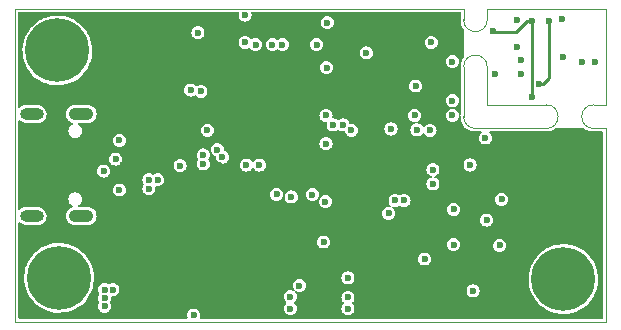
<source format=gbr>
%TF.GenerationSoftware,KiCad,Pcbnew,6.0.10-86aedd382b~118~ubuntu22.04.1*%
%TF.CreationDate,2023-01-11T10:16:45+01:00*%
%TF.ProjectId,nuc-compute-cluster-environment-sensor,6e75632d-636f-46d7-9075-74652d636c75,rev?*%
%TF.SameCoordinates,Original*%
%TF.FileFunction,Copper,L2,Inr*%
%TF.FilePolarity,Positive*%
%FSLAX46Y46*%
G04 Gerber Fmt 4.6, Leading zero omitted, Abs format (unit mm)*
G04 Created by KiCad (PCBNEW 6.0.10-86aedd382b~118~ubuntu22.04.1) date 2023-01-11 10:16:45 commit a17aeb8*
%MOMM*%
%LPD*%
G01*
G04 APERTURE LIST*
%TA.AperFunction,Profile*%
%ADD10C,0.100000*%
%TD*%
%TA.AperFunction,ComponentPad*%
%ADD11O,2.100000X1.050000*%
%TD*%
%TA.AperFunction,ComponentPad*%
%ADD12O,2.000000X1.000000*%
%TD*%
%TA.AperFunction,ComponentPad*%
%ADD13C,5.400000*%
%TD*%
%TA.AperFunction,ViaPad*%
%ADD14C,0.600000*%
%TD*%
%TA.AperFunction,Conductor*%
%ADD15C,0.250000*%
%TD*%
G04 APERTURE END LIST*
D10*
X50000000Y18350000D02*
X50000000Y26500000D01*
X48950000Y18350000D02*
G75*
G03*
X48950000Y16350000I0J-1000000D01*
G01*
X44950000Y16350000D02*
G75*
G03*
X44950000Y18350000I0J1000000D01*
G01*
X50000000Y16350000D02*
X50000000Y0D01*
X39950000Y26500000D02*
X50000000Y26500000D01*
X0Y26500000D02*
X0Y0D01*
X48950000Y16350000D02*
X50000000Y16350000D01*
X37950000Y26500000D02*
X0Y26500000D01*
X37948194Y17351594D02*
G75*
G03*
X38948209Y16351594I1000006J6D01*
G01*
X39950000Y18350000D02*
X44950000Y18350000D01*
X39950000Y18350000D02*
X39950000Y21550000D01*
X37950000Y25550000D02*
X37950000Y26500000D01*
X37950000Y21550000D02*
X37948209Y17351594D01*
X39950000Y21550000D02*
G75*
G03*
X37950000Y21550000I-1000000J0D01*
G01*
X48950000Y18350000D02*
X50000000Y18350000D01*
X39950000Y25550000D02*
X39950000Y26500000D01*
X37950000Y25550000D02*
G75*
G03*
X39950000Y25550000I1000000J0D01*
G01*
X38948209Y16351594D02*
X44950000Y16350000D01*
X0Y0D02*
X50000000Y0D01*
D11*
%TO.N,GNDREF*%
%TO.C,J1*%
X5565000Y8930000D03*
X5565000Y17570000D03*
D12*
X1385000Y8930000D03*
X1385000Y17570000D03*
%TD*%
D13*
%TO.N,unconnected-(MP1-Pad1)*%
%TO.C,MP1*%
X3550000Y22950000D03*
%TD*%
%TO.N,unconnected-(MP2-Pad1)*%
%TO.C,MP2*%
X3700000Y3700000D03*
%TD*%
%TO.N,unconnected-(MP3-Pad1)*%
%TO.C,MP3*%
X46400000Y3600000D03*
%TD*%
D14*
%TO.N,GND*%
X17200000Y13250000D03*
X26450000Y18250000D03*
X37000000Y25000000D03*
X8150000Y18300000D03*
X33150000Y21650000D03*
X18350000Y25950000D03*
X19800000Y5650000D03*
X27250000Y23500000D03*
X33800000Y21000000D03*
X44800000Y8450000D03*
X26350000Y20400000D03*
X34400000Y23650000D03*
X13100000Y4750000D03*
X20500000Y8950000D03*
X40450000Y24600000D03*
X16850000Y2700000D03*
X7150000Y17300000D03*
X41225500Y9350000D03*
X21650000Y25950000D03*
X10850000Y2700000D03*
X37250000Y10350000D03*
X43750000Y19000000D03*
X11350000Y21750000D03*
X23850000Y25950000D03*
X11450000Y18950000D03*
X16850000Y3850000D03*
X25250500Y22300000D03*
X9105274Y13248080D03*
X13800000Y4750000D03*
X32750000Y13450000D03*
X33500000Y2700498D03*
X22750000Y25950000D03*
X15050000Y5100000D03*
X13850000Y20900000D03*
X19800000Y1650000D03*
X10850000Y5000000D03*
X32150000Y20800000D03*
X43750000Y25450000D03*
X20550000Y25950000D03*
X14450000Y24500000D03*
X42500000Y25550000D03*
X35150000Y1400000D03*
X6800000Y7850000D03*
X24950000Y25950000D03*
X32850000Y20050000D03*
X18300000Y10650000D03*
X26250000Y13900000D03*
X8650000Y10350000D03*
X12800000Y25350000D03*
X10850000Y3850000D03*
X28350000Y13600000D03*
X7150000Y18300000D03*
X19810000Y3700000D03*
X30113345Y13787331D03*
X30500000Y16600000D03*
X31425500Y2100000D03*
X8150000Y17300000D03*
X8650000Y16150000D03*
X28950000Y17450000D03*
X43100000Y8500000D03*
X38400000Y11550000D03*
X29550000Y16200000D03*
X15100000Y13900000D03*
X43450000Y11750000D03*
%TO.N,Net-(BAT1-PadP)*%
X25150000Y10750000D03*
%TO.N,+3V3*%
X35204122Y23645878D03*
X24050000Y3050000D03*
X28450000Y16200000D03*
X45150000Y25450000D03*
X12050000Y12000000D03*
X35100000Y16200000D03*
X11300000Y12000000D03*
X29700000Y22750000D03*
X44350000Y20150000D03*
X22600000Y23450000D03*
X38750000Y2600000D03*
X41174500Y10350000D03*
X19450000Y25950000D03*
X37100000Y6500000D03*
X40600000Y21000000D03*
X38500000Y13250000D03*
X42500000Y23250000D03*
X11300000Y11250000D03*
X37000000Y22000000D03*
X26350000Y21500000D03*
X37100000Y9500000D03*
%TO.N,/FTDI_VPHY*%
X14850000Y19600000D03*
X13950000Y13200000D03*
%TO.N,/FTDI_+1V8*%
X25500000Y23450000D03*
X27750000Y16650000D03*
X15450000Y24450000D03*
%TO.N,/VBUS*%
X8250000Y2700000D03*
X8800000Y11150000D03*
X7550000Y2000000D03*
X7550000Y2700000D03*
X8800000Y15350000D03*
X7550000Y1300000D03*
%TO.N,/USB_D_N*%
X8485000Y13750000D03*
X7485000Y12750000D03*
%TO.N,I2C_1_SCL*%
X22125000Y10775000D03*
X47950000Y22000000D03*
X42800000Y20950000D03*
X37000000Y18700000D03*
X39900000Y8600000D03*
%TO.N,I2C_1_SDA*%
X41000000Y6450000D03*
X42800000Y22150000D03*
X33800000Y17450000D03*
X31800000Y16300000D03*
X23350000Y10550000D03*
X37000000Y17450000D03*
X49100000Y22000000D03*
%TO.N,/LD2*%
X28150000Y3700000D03*
X15100000Y550000D03*
%TO.N,Net-(R5-Pad2)*%
X20350000Y23450000D03*
X16250000Y16200000D03*
%TO.N,Net-(R6-Pad2)*%
X19450000Y23650000D03*
X15700000Y19500000D03*
%TO.N,JTRST*%
X19550000Y13250000D03*
X31600000Y9150000D03*
%TO.N,NRST*%
X20650000Y13250000D03*
X26095984Y6745984D03*
%TO.N,/FRAM_WP*%
X33900000Y19950000D03*
X34650000Y5300000D03*
%TO.N,Net-(TP2-Pad1)*%
X26400000Y25300000D03*
X26300000Y15050000D03*
%TO.N,JTDO*%
X17095878Y14554122D03*
X32150000Y10250000D03*
%TO.N,/FTDI_USER_PB*%
X26250000Y10150000D03*
X21750000Y23450000D03*
%TO.N,Net-(R29-Pad1)*%
X34000000Y16225500D03*
X39800000Y15550000D03*
%TO.N,Net-(U1-Pad12)*%
X15900000Y14100000D03*
X35350000Y12850000D03*
%TO.N,Net-(U1-Pad15)*%
X35350000Y11650000D03*
X17535188Y13920375D03*
%TO.N,Net-(R16-Pad1)*%
X26900000Y16650000D03*
X23269500Y2100000D03*
X28150000Y1100000D03*
%TO.N,Net-(R17-Pad1)*%
X23280500Y1100000D03*
X26300000Y17450000D03*
X28150000Y2050000D03*
%TO.N,Net-(R25-Pad2)*%
X32900000Y10250000D03*
X15900000Y13350000D03*
%TO.N,Net-(R37-Pad1)*%
X46300000Y25650000D03*
X46350000Y22400000D03*
%TD*%
D15*
%TO.N,GND*%
X43750000Y19650000D02*
X43750000Y19000000D01*
X42400000Y24550000D02*
X40500000Y24550000D01*
X43750000Y25450000D02*
X43300000Y25450000D01*
X43750000Y19650000D02*
X43750000Y25450000D01*
X40500000Y24550000D02*
X40450000Y24600000D01*
X43300000Y25450000D02*
X42400000Y24550000D01*
%TO.N,+3V3*%
X45150000Y25450000D02*
X45150000Y20650000D01*
X44650000Y20150000D02*
X45150000Y20650000D01*
X44350000Y20150000D02*
X44650000Y20150000D01*
%TD*%
%TA.AperFunction,Conductor*%
%TO.N,GND*%
G36*
X18915018Y26232187D02*
G01*
X18940328Y26188350D01*
X18935819Y26147182D01*
X18913670Y26093709D01*
X18894750Y25950000D01*
X18913670Y25806291D01*
X18969139Y25672375D01*
X19057379Y25557379D01*
X19172375Y25469139D01*
X19306291Y25413670D01*
X19450000Y25394750D01*
X19454808Y25395383D01*
X19588901Y25413037D01*
X19593709Y25413670D01*
X19727625Y25469139D01*
X19842621Y25557379D01*
X19930861Y25672375D01*
X19986330Y25806291D01*
X20005250Y25950000D01*
X19986330Y26093709D01*
X19964181Y26147182D01*
X19961973Y26197753D01*
X19992788Y26237911D01*
X20032548Y26249500D01*
X37625500Y26249500D01*
X37673066Y26232187D01*
X37698376Y26188350D01*
X37699500Y26175500D01*
X37699500Y25581962D01*
X37698078Y25567525D01*
X37694592Y25550000D01*
X37695658Y25544640D01*
X37712328Y25343469D01*
X37713076Y25340516D01*
X37713077Y25340509D01*
X37761905Y25147692D01*
X37763202Y25142572D01*
X37764431Y25139771D01*
X37764432Y25139767D01*
X37831458Y24986963D01*
X37846449Y24952788D01*
X37921977Y24837183D01*
X37937950Y24812735D01*
X37950000Y24772261D01*
X37950000Y22327739D01*
X37937950Y22287265D01*
X37846449Y22147212D01*
X37845219Y22144408D01*
X37845218Y22144406D01*
X37773481Y21980861D01*
X37763202Y21957428D01*
X37762453Y21954469D01*
X37762451Y21954464D01*
X37713077Y21759491D01*
X37713076Y21759484D01*
X37712328Y21756531D01*
X37695658Y21555360D01*
X37694592Y21550000D01*
X37696014Y21542853D01*
X37698065Y21532541D01*
X37699487Y21518073D01*
X37699012Y20406538D01*
X37698302Y18742401D01*
X37681633Y18696664D01*
X37696512Y18673307D01*
X37698266Y18657261D01*
X37698061Y18177246D01*
X37697770Y17496441D01*
X37680437Y17448882D01*
X37677991Y17447471D01*
X37695976Y17419242D01*
X37697730Y17403195D01*
X37697722Y17383590D01*
X37696300Y17369184D01*
X37692801Y17351592D01*
X37694223Y17344444D01*
X37694223Y17343177D01*
X37694841Y17338708D01*
X37698064Y17297769D01*
X37705346Y17205250D01*
X37709272Y17155365D01*
X37709950Y17152541D01*
X37753273Y16972094D01*
X37755223Y16963970D01*
X37756334Y16961287D01*
X37756336Y16961282D01*
X37797975Y16860759D01*
X37830549Y16782119D01*
X37933396Y16614291D01*
X37935284Y16612081D01*
X37935867Y16611278D01*
X37950000Y16567782D01*
X37950000Y16350000D01*
X38169061Y16350000D01*
X38210711Y16336467D01*
X38210906Y16336785D01*
X38378736Y16233941D01*
X38381428Y16232826D01*
X38557899Y16159730D01*
X38557903Y16159729D01*
X38560587Y16158617D01*
X38751984Y16112669D01*
X38754871Y16112442D01*
X38754876Y16112441D01*
X38935204Y16098250D01*
X38939851Y16097607D01*
X38941064Y16097607D01*
X38948211Y16096186D01*
X38964870Y16099500D01*
X38965695Y16099664D01*
X38980153Y16101086D01*
X39034517Y16101072D01*
X39395775Y16100976D01*
X39443335Y16083651D01*
X39468633Y16039807D01*
X39459830Y15989959D01*
X39440804Y15968269D01*
X39407379Y15942621D01*
X39319139Y15827625D01*
X39263670Y15693709D01*
X39244750Y15550000D01*
X39263670Y15406291D01*
X39319139Y15272375D01*
X39407379Y15157379D01*
X39522375Y15069139D01*
X39656291Y15013670D01*
X39800000Y14994750D01*
X39804808Y14995383D01*
X39938901Y15013037D01*
X39943709Y15013670D01*
X40077625Y15069139D01*
X40192621Y15157379D01*
X40280861Y15272375D01*
X40336330Y15406291D01*
X40355250Y15550000D01*
X40336330Y15693709D01*
X40280861Y15827625D01*
X40192621Y15942621D01*
X40159476Y15968054D01*
X40132280Y16010743D01*
X40138887Y16060929D01*
X40176207Y16095127D01*
X40204546Y16100760D01*
X44200591Y16099699D01*
X44918019Y16099508D01*
X44932434Y16098086D01*
X44950000Y16094592D01*
X44955360Y16095658D01*
X44959644Y16096013D01*
X44959645Y16096013D01*
X44990118Y16098538D01*
X45156531Y16112328D01*
X45159484Y16113076D01*
X45159491Y16113077D01*
X45354464Y16162451D01*
X45354469Y16162453D01*
X45357428Y16163202D01*
X45360229Y16164431D01*
X45360233Y16164432D01*
X45544406Y16245218D01*
X45544408Y16245219D01*
X45547212Y16246449D01*
X45687265Y16337950D01*
X45727739Y16350000D01*
X48172261Y16350000D01*
X48212735Y16337950D01*
X48352788Y16246449D01*
X48355592Y16245219D01*
X48355594Y16245218D01*
X48539767Y16164432D01*
X48539771Y16164431D01*
X48542572Y16163202D01*
X48545531Y16162453D01*
X48545536Y16162451D01*
X48740509Y16113077D01*
X48740516Y16113076D01*
X48743469Y16112328D01*
X48909882Y16098538D01*
X48940355Y16096013D01*
X48940356Y16096013D01*
X48944640Y16095658D01*
X48950000Y16094592D01*
X48967525Y16098078D01*
X48981962Y16099500D01*
X49675500Y16099500D01*
X49723066Y16082187D01*
X49748376Y16038350D01*
X49749500Y16025500D01*
X49749500Y324500D01*
X49732187Y276934D01*
X49688350Y251624D01*
X49675500Y250500D01*
X15682548Y250500D01*
X15634982Y267813D01*
X15609672Y311650D01*
X15614181Y352818D01*
X15634474Y401810D01*
X15636330Y406291D01*
X15655250Y550000D01*
X15636330Y693709D01*
X15580861Y827625D01*
X15492621Y942621D01*
X15377625Y1030861D01*
X15243709Y1086330D01*
X15100000Y1105250D01*
X14956291Y1086330D01*
X14822375Y1030861D01*
X14707379Y942621D01*
X14619139Y827625D01*
X14563670Y693709D01*
X14544750Y550000D01*
X14563670Y406291D01*
X14565526Y401810D01*
X14585819Y352818D01*
X14588027Y302247D01*
X14557212Y262089D01*
X14517452Y250500D01*
X324500Y250500D01*
X276934Y267813D01*
X251624Y311650D01*
X250500Y324500D01*
X250500Y3792834D01*
X745958Y3792834D01*
X754865Y3452690D01*
X802809Y3115824D01*
X889152Y2786700D01*
X889927Y2784713D01*
X889928Y2784709D01*
X967997Y2584474D01*
X1012753Y2469682D01*
X1171971Y2168971D01*
X1173175Y2167219D01*
X1173180Y2167211D01*
X1256911Y2045383D01*
X1364697Y1888553D01*
X1366092Y1886954D01*
X1568941Y1654424D01*
X1588376Y1632145D01*
X1840044Y1403145D01*
X1841771Y1401904D01*
X1841776Y1401900D01*
X2114628Y1205836D01*
X2114633Y1205833D01*
X2116364Y1204589D01*
X2413674Y1039108D01*
X2415649Y1038290D01*
X2415653Y1038288D01*
X2454071Y1022375D01*
X2728035Y908896D01*
X2917348Y854969D01*
X3053223Y816263D01*
X3053229Y816262D01*
X3055278Y815678D01*
X3057387Y815333D01*
X3057390Y815332D01*
X3388963Y761035D01*
X3388969Y761034D01*
X3391066Y760691D01*
X3544472Y753456D01*
X3728823Y744762D01*
X3728828Y744762D01*
X3730949Y744662D01*
X4070422Y767805D01*
X4072506Y768191D01*
X4072512Y768192D01*
X4402884Y829423D01*
X4402891Y829425D01*
X4404986Y829813D01*
X4730205Y929863D01*
X5041769Y1066630D01*
X5043612Y1067707D01*
X5043618Y1067710D01*
X5333708Y1237225D01*
X5333711Y1237227D01*
X5335549Y1238301D01*
X5348720Y1248190D01*
X5417724Y1300000D01*
X6994750Y1300000D01*
X7013670Y1156291D01*
X7069139Y1022375D01*
X7157379Y907379D01*
X7272375Y819139D01*
X7406291Y763670D01*
X7550000Y744750D01*
X7554808Y745383D01*
X7688901Y763037D01*
X7693709Y763670D01*
X7827625Y819139D01*
X7942621Y907379D01*
X8030861Y1022375D01*
X8086330Y1156291D01*
X8105250Y1300000D01*
X8086330Y1443709D01*
X8084474Y1448190D01*
X8032718Y1573143D01*
X8032716Y1573146D01*
X8030861Y1577625D01*
X8020585Y1591017D01*
X8009893Y1604952D01*
X7994671Y1653228D01*
X8009893Y1695048D01*
X8027906Y1718524D01*
X8030861Y1722375D01*
X8032716Y1726854D01*
X8032718Y1726857D01*
X8084474Y1851810D01*
X8086330Y1856291D01*
X8105250Y2000000D01*
X8104528Y2005481D01*
X8095892Y2071082D01*
X8102303Y2100000D01*
X22714250Y2100000D01*
X22733170Y1956291D01*
X22788639Y1822375D01*
X22876879Y1707379D01*
X22937022Y1661230D01*
X22945808Y1654488D01*
X22973006Y1611797D01*
X22966399Y1561611D01*
X22945810Y1537073D01*
X22887879Y1492621D01*
X22799639Y1377625D01*
X22744170Y1243709D01*
X22725250Y1100000D01*
X22744170Y956291D01*
X22799639Y822375D01*
X22887879Y707379D01*
X23002875Y619139D01*
X23136791Y563670D01*
X23280500Y544750D01*
X23285308Y545383D01*
X23419401Y563037D01*
X23424209Y563670D01*
X23558125Y619139D01*
X23673121Y707379D01*
X23761361Y822375D01*
X23816830Y956291D01*
X23835750Y1100000D01*
X27594750Y1100000D01*
X27613670Y956291D01*
X27669139Y822375D01*
X27757379Y707379D01*
X27872375Y619139D01*
X28006291Y563670D01*
X28150000Y544750D01*
X28154808Y545383D01*
X28288901Y563037D01*
X28293709Y563670D01*
X28427625Y619139D01*
X28542621Y707379D01*
X28630861Y822375D01*
X28686330Y956291D01*
X28705250Y1100000D01*
X28686330Y1243709D01*
X28630861Y1377625D01*
X28542621Y1492621D01*
X28511772Y1516293D01*
X28484574Y1558983D01*
X28491181Y1609169D01*
X28511772Y1633708D01*
X28517873Y1638389D01*
X28542621Y1657379D01*
X28630861Y1772375D01*
X28686330Y1906291D01*
X28705250Y2050000D01*
X28686330Y2193709D01*
X28630861Y2327625D01*
X28542621Y2442621D01*
X28427625Y2530861D01*
X28293709Y2586330D01*
X28189877Y2600000D01*
X38194750Y2600000D01*
X38213670Y2456291D01*
X38269139Y2322375D01*
X38357379Y2207379D01*
X38472375Y2119139D01*
X38606291Y2063670D01*
X38750000Y2044750D01*
X38754808Y2045383D01*
X38888901Y2063037D01*
X38893709Y2063670D01*
X39027625Y2119139D01*
X39142621Y2207379D01*
X39230861Y2322375D01*
X39286330Y2456291D01*
X39305250Y2600000D01*
X39286330Y2743709D01*
X39230861Y2877625D01*
X39142621Y2992621D01*
X39027625Y3080861D01*
X38893709Y3136330D01*
X38750000Y3155250D01*
X38606291Y3136330D01*
X38472375Y3080861D01*
X38357379Y2992621D01*
X38269139Y2877625D01*
X38213670Y2743709D01*
X38194750Y2600000D01*
X28189877Y2600000D01*
X28150000Y2605250D01*
X28006291Y2586330D01*
X27872375Y2530861D01*
X27757379Y2442621D01*
X27669139Y2327625D01*
X27613670Y2193709D01*
X27594750Y2050000D01*
X27613670Y1906291D01*
X27669139Y1772375D01*
X27757379Y1657379D01*
X27782128Y1638389D01*
X27788228Y1633708D01*
X27815426Y1591017D01*
X27808819Y1540831D01*
X27788229Y1516293D01*
X27757379Y1492621D01*
X27669139Y1377625D01*
X27613670Y1243709D01*
X27594750Y1100000D01*
X23835750Y1100000D01*
X23816830Y1243709D01*
X23761361Y1377625D01*
X23673121Y1492621D01*
X23604192Y1545513D01*
X23576994Y1588203D01*
X23583601Y1638389D01*
X23604190Y1662927D01*
X23662121Y1707379D01*
X23750361Y1822375D01*
X23805830Y1956291D01*
X23824750Y2100000D01*
X23805830Y2243709D01*
X23750361Y2377625D01*
X23692802Y2452637D01*
X23677580Y2500913D01*
X23696951Y2547679D01*
X23741851Y2571052D01*
X23779828Y2566052D01*
X23906291Y2513670D01*
X24050000Y2494750D01*
X24054808Y2495383D01*
X24188901Y2513037D01*
X24193709Y2513670D01*
X24327625Y2569139D01*
X24442621Y2657379D01*
X24530861Y2772375D01*
X24586330Y2906291D01*
X24605250Y3050000D01*
X24586330Y3193709D01*
X24530861Y3327625D01*
X24442621Y3442621D01*
X24327625Y3530861D01*
X24193709Y3586330D01*
X24050000Y3605250D01*
X23906291Y3586330D01*
X23772375Y3530861D01*
X23657379Y3442621D01*
X23569139Y3327625D01*
X23513670Y3193709D01*
X23494750Y3050000D01*
X23513670Y2906291D01*
X23569139Y2772375D01*
X23594825Y2738901D01*
X23626698Y2697363D01*
X23641920Y2649087D01*
X23622549Y2602321D01*
X23577649Y2578948D01*
X23539672Y2583948D01*
X23417690Y2634474D01*
X23413209Y2636330D01*
X23269500Y2655250D01*
X23125791Y2636330D01*
X22991875Y2580861D01*
X22876879Y2492621D01*
X22788639Y2377625D01*
X22733170Y2243709D01*
X22714250Y2100000D01*
X8102303Y2100000D01*
X8106848Y2120501D01*
X8147007Y2151316D01*
X8178918Y2154108D01*
X8245192Y2145383D01*
X8250000Y2144750D01*
X8254808Y2145383D01*
X8388901Y2163037D01*
X8393709Y2163670D01*
X8527625Y2219139D01*
X8642621Y2307379D01*
X8730861Y2422375D01*
X8786330Y2556291D01*
X8805250Y2700000D01*
X8786330Y2843709D01*
X8730861Y2977625D01*
X8642621Y3092621D01*
X8527625Y3180861D01*
X8393709Y3236330D01*
X8250000Y3255250D01*
X8106291Y3236330D01*
X8101810Y3234474D01*
X7976857Y3182718D01*
X7976854Y3182716D01*
X7972375Y3180861D01*
X7968524Y3177906D01*
X7945048Y3159893D01*
X7896772Y3144671D01*
X7854952Y3159893D01*
X7831476Y3177906D01*
X7827625Y3180861D01*
X7823146Y3182716D01*
X7823143Y3182718D01*
X7698190Y3234474D01*
X7693709Y3236330D01*
X7550000Y3255250D01*
X7406291Y3236330D01*
X7272375Y3180861D01*
X7157379Y3092621D01*
X7069139Y2977625D01*
X7013670Y2843709D01*
X6994750Y2700000D01*
X7013670Y2556291D01*
X7015526Y2551810D01*
X7067282Y2426857D01*
X7067284Y2426854D01*
X7069139Y2422375D01*
X7072093Y2418525D01*
X7072094Y2418524D01*
X7090107Y2395048D01*
X7105329Y2346772D01*
X7090107Y2304952D01*
X7072094Y2281476D01*
X7069139Y2277625D01*
X7067284Y2273146D01*
X7067282Y2273143D01*
X7036236Y2198190D01*
X7013670Y2143709D01*
X6994750Y2000000D01*
X7013670Y1856291D01*
X7015526Y1851810D01*
X7067282Y1726857D01*
X7067284Y1726854D01*
X7069139Y1722375D01*
X7072094Y1718524D01*
X7090107Y1695048D01*
X7105329Y1646772D01*
X7090107Y1604952D01*
X7079415Y1591017D01*
X7069139Y1577625D01*
X7067284Y1573146D01*
X7067282Y1573143D01*
X7015526Y1448190D01*
X7013670Y1443709D01*
X6994750Y1300000D01*
X5417724Y1300000D01*
X5605947Y1441322D01*
X5605951Y1441325D01*
X5607650Y1442601D01*
X5854467Y1676821D01*
X5938112Y1776859D01*
X6071354Y1936214D01*
X6071360Y1936222D01*
X6072727Y1937857D01*
X6081893Y1951810D01*
X6154955Y2063037D01*
X6259538Y2222250D01*
X6412424Y2526229D01*
X6529358Y2845767D01*
X6537007Y2877625D01*
X6604773Y3159893D01*
X6608790Y3176626D01*
X6649668Y3514423D01*
X6651135Y3561099D01*
X6655448Y3698337D01*
X6655448Y3698343D01*
X6655500Y3700000D01*
X27594750Y3700000D01*
X27613670Y3556291D01*
X27669139Y3422375D01*
X27757379Y3307379D01*
X27872375Y3219139D01*
X28006291Y3163670D01*
X28150000Y3144750D01*
X28154808Y3145383D01*
X28288901Y3163037D01*
X28293709Y3163670D01*
X28427625Y3219139D01*
X28542621Y3307379D01*
X28630861Y3422375D01*
X28686330Y3556291D01*
X28704307Y3692834D01*
X43445958Y3692834D01*
X43454865Y3352690D01*
X43502809Y3015824D01*
X43589152Y2686700D01*
X43589927Y2684713D01*
X43589928Y2684709D01*
X43650934Y2528238D01*
X43712753Y2369682D01*
X43871971Y2068971D01*
X43873175Y2067219D01*
X43873180Y2067211D01*
X43960857Y1939641D01*
X44064697Y1788553D01*
X44066092Y1786954D01*
X44280799Y1540831D01*
X44288376Y1532145D01*
X44540044Y1303145D01*
X44541771Y1301904D01*
X44541776Y1301900D01*
X44814628Y1105836D01*
X44814633Y1105833D01*
X44816364Y1104589D01*
X45113674Y939108D01*
X45115649Y938290D01*
X45115653Y938288D01*
X45188022Y908312D01*
X45428035Y808896D01*
X45617348Y754969D01*
X45753223Y716263D01*
X45753229Y716262D01*
X45755278Y715678D01*
X45757387Y715333D01*
X45757390Y715332D01*
X46088963Y661035D01*
X46088969Y661034D01*
X46091066Y660691D01*
X46244472Y653456D01*
X46428823Y644762D01*
X46428828Y644762D01*
X46430949Y644662D01*
X46770422Y667805D01*
X46772506Y668191D01*
X46772512Y668192D01*
X47102884Y729423D01*
X47102891Y729425D01*
X47104986Y729813D01*
X47430205Y829863D01*
X47741769Y966630D01*
X47743612Y967707D01*
X47743618Y967710D01*
X48033708Y1137225D01*
X48033711Y1137227D01*
X48035549Y1138301D01*
X48053541Y1151810D01*
X48305947Y1341322D01*
X48305951Y1341325D01*
X48307650Y1342601D01*
X48554467Y1576821D01*
X48661162Y1704427D01*
X48771354Y1836214D01*
X48771360Y1836222D01*
X48772727Y1837857D01*
X48781893Y1851810D01*
X48853682Y1961099D01*
X48959538Y2122250D01*
X49112424Y2426229D01*
X49229358Y2745767D01*
X49251718Y2838901D01*
X49274732Y2934764D01*
X49308790Y3076626D01*
X49349668Y3414423D01*
X49352863Y3516074D01*
X49355448Y3598337D01*
X49355448Y3598343D01*
X49355500Y3600000D01*
X49335913Y3939697D01*
X49284032Y4236963D01*
X49277777Y4272801D01*
X49277776Y4272805D01*
X49277412Y4274891D01*
X49180773Y4601140D01*
X49047276Y4914119D01*
X48878691Y5209681D01*
X48677252Y5483907D01*
X48486881Y5688770D01*
X48447085Y5731596D01*
X48447078Y5731603D01*
X48445629Y5733162D01*
X48186893Y5954144D01*
X48185127Y5955331D01*
X48185120Y5955336D01*
X47906243Y6142733D01*
X47906242Y6142733D01*
X47904472Y6143923D01*
X47902584Y6144898D01*
X47902578Y6144901D01*
X47743787Y6226859D01*
X47602110Y6299984D01*
X47283815Y6420257D01*
X47107641Y6464509D01*
X46955864Y6502633D01*
X46955861Y6502634D01*
X46953805Y6503150D01*
X46951702Y6503427D01*
X46951696Y6503428D01*
X46618563Y6547286D01*
X46618554Y6547287D01*
X46616455Y6547563D01*
X46461905Y6549991D01*
X46278367Y6552875D01*
X46278359Y6552875D01*
X46276237Y6552908D01*
X45937658Y6519113D01*
X45605207Y6446627D01*
X45603199Y6445940D01*
X45603190Y6445937D01*
X45466123Y6399008D01*
X45283292Y6336411D01*
X45281356Y6335488D01*
X45281357Y6335488D01*
X44978096Y6190840D01*
X44978087Y6190835D01*
X44976177Y6189924D01*
X44974380Y6188797D01*
X44974375Y6188794D01*
X44689749Y6010249D01*
X44689744Y6010245D01*
X44687934Y6009110D01*
X44422384Y5796365D01*
X44420895Y5794860D01*
X44420888Y5794854D01*
X44210441Y5582190D01*
X44183047Y5554507D01*
X44181736Y5552835D01*
X44127690Y5483907D01*
X43973094Y5286744D01*
X43971981Y5284927D01*
X43796425Y4998448D01*
X43796420Y4998438D01*
X43795308Y4996624D01*
X43794411Y4994692D01*
X43794408Y4994686D01*
X43652945Y4689929D01*
X43652046Y4687992D01*
X43545206Y4364940D01*
X43476206Y4031748D01*
X43476017Y4029626D01*
X43476016Y4029622D01*
X43470975Y3973141D01*
X43445958Y3692834D01*
X28704307Y3692834D01*
X28705250Y3700000D01*
X28686330Y3843709D01*
X28630861Y3977625D01*
X28542621Y4092621D01*
X28427625Y4180861D01*
X28293709Y4236330D01*
X28150000Y4255250D01*
X28006291Y4236330D01*
X27872375Y4180861D01*
X27757379Y4092621D01*
X27669139Y3977625D01*
X27613670Y3843709D01*
X27594750Y3700000D01*
X6655500Y3700000D01*
X6635913Y4039697D01*
X6577412Y4374891D01*
X6480773Y4701140D01*
X6347276Y5014119D01*
X6184213Y5300000D01*
X34094750Y5300000D01*
X34113670Y5156291D01*
X34169139Y5022375D01*
X34257379Y4907379D01*
X34372375Y4819139D01*
X34506291Y4763670D01*
X34650000Y4744750D01*
X34654808Y4745383D01*
X34788901Y4763037D01*
X34793709Y4763670D01*
X34927625Y4819139D01*
X35042621Y4907379D01*
X35130861Y5022375D01*
X35186330Y5156291D01*
X35205250Y5300000D01*
X35186330Y5443709D01*
X35130861Y5577625D01*
X35042621Y5692621D01*
X34927625Y5780861D01*
X34793709Y5836330D01*
X34650000Y5855250D01*
X34506291Y5836330D01*
X34372375Y5780861D01*
X34257379Y5692621D01*
X34169139Y5577625D01*
X34113670Y5443709D01*
X34094750Y5300000D01*
X6184213Y5300000D01*
X6178691Y5309681D01*
X5977252Y5583907D01*
X5872896Y5696207D01*
X5747085Y5831596D01*
X5747078Y5831603D01*
X5745629Y5833162D01*
X5486893Y6054144D01*
X5485127Y6055331D01*
X5485120Y6055336D01*
X5206243Y6242733D01*
X5206242Y6242733D01*
X5204472Y6243923D01*
X5202584Y6244898D01*
X5202578Y6244901D01*
X5025280Y6336411D01*
X4902110Y6399984D01*
X4583815Y6520257D01*
X4423059Y6560636D01*
X4255864Y6602633D01*
X4255861Y6602634D01*
X4253805Y6603150D01*
X4251702Y6603427D01*
X4251696Y6603428D01*
X3918563Y6647286D01*
X3918554Y6647287D01*
X3916455Y6647563D01*
X3761905Y6649991D01*
X3578367Y6652875D01*
X3578359Y6652875D01*
X3576237Y6652908D01*
X3237658Y6619113D01*
X2905207Y6546627D01*
X2903199Y6545940D01*
X2903190Y6545937D01*
X2754977Y6495192D01*
X2583292Y6436411D01*
X2581356Y6435488D01*
X2581357Y6435488D01*
X2278096Y6290840D01*
X2278087Y6290835D01*
X2276177Y6289924D01*
X2274380Y6288797D01*
X2274375Y6288794D01*
X1989749Y6110249D01*
X1989744Y6110245D01*
X1987934Y6109110D01*
X1722384Y5896365D01*
X1720895Y5894860D01*
X1720888Y5894854D01*
X1516953Y5688770D01*
X1483047Y5654507D01*
X1481736Y5652835D01*
X1349280Y5483907D01*
X1273094Y5386744D01*
X1219937Y5300000D01*
X1096425Y5098448D01*
X1096420Y5098438D01*
X1095308Y5096624D01*
X1094411Y5094692D01*
X1094408Y5094686D01*
X966504Y4819139D01*
X952046Y4787992D01*
X951377Y4785969D01*
X951375Y4785964D01*
X918974Y4687992D01*
X845206Y4464940D01*
X776206Y4131748D01*
X776017Y4129626D01*
X776016Y4129622D01*
X762050Y3973141D01*
X745958Y3792834D01*
X250500Y3792834D01*
X250500Y6745984D01*
X25540734Y6745984D01*
X25559654Y6602275D01*
X25615123Y6468359D01*
X25703363Y6353363D01*
X25818359Y6265123D01*
X25952275Y6209654D01*
X26095984Y6190734D01*
X26100792Y6191367D01*
X26234885Y6209021D01*
X26239693Y6209654D01*
X26373609Y6265123D01*
X26488605Y6353363D01*
X26576845Y6468359D01*
X26589951Y6500000D01*
X36544750Y6500000D01*
X36563670Y6356291D01*
X36619139Y6222375D01*
X36707379Y6107379D01*
X36822375Y6019139D01*
X36956291Y5963670D01*
X37100000Y5944750D01*
X37104808Y5945383D01*
X37238901Y5963037D01*
X37243709Y5963670D01*
X37377625Y6019139D01*
X37492621Y6107379D01*
X37580861Y6222375D01*
X37636330Y6356291D01*
X37648667Y6450000D01*
X40444750Y6450000D01*
X40463670Y6306291D01*
X40519139Y6172375D01*
X40607379Y6057379D01*
X40722375Y5969139D01*
X40856291Y5913670D01*
X41000000Y5894750D01*
X41004808Y5895383D01*
X41138901Y5913037D01*
X41143709Y5913670D01*
X41277625Y5969139D01*
X41392621Y6057379D01*
X41480861Y6172375D01*
X41536330Y6306291D01*
X41555250Y6450000D01*
X41536330Y6593709D01*
X41532420Y6603150D01*
X41514010Y6647596D01*
X41480861Y6727625D01*
X41392621Y6842621D01*
X41277625Y6930861D01*
X41143709Y6986330D01*
X41000000Y7005250D01*
X40856291Y6986330D01*
X40722375Y6930861D01*
X40607379Y6842621D01*
X40519139Y6727625D01*
X40485990Y6647596D01*
X40467581Y6603150D01*
X40463670Y6593709D01*
X40444750Y6450000D01*
X37648667Y6450000D01*
X37655250Y6500000D01*
X37636330Y6643709D01*
X37580861Y6777625D01*
X37492621Y6892621D01*
X37377625Y6980861D01*
X37243709Y7036330D01*
X37100000Y7055250D01*
X36956291Y7036330D01*
X36822375Y6980861D01*
X36707379Y6892621D01*
X36619139Y6777625D01*
X36563670Y6643709D01*
X36544750Y6500000D01*
X26589951Y6500000D01*
X26632314Y6602275D01*
X26651234Y6745984D01*
X26632314Y6889693D01*
X26576845Y7023609D01*
X26488605Y7138605D01*
X26373609Y7226845D01*
X26239693Y7282314D01*
X26095984Y7301234D01*
X25952275Y7282314D01*
X25818359Y7226845D01*
X25703363Y7138605D01*
X25615123Y7023609D01*
X25559654Y6889693D01*
X25540734Y6745984D01*
X250500Y6745984D01*
X250500Y8324273D01*
X267813Y8371839D01*
X311650Y8397149D01*
X361500Y8388359D01*
X372411Y8380670D01*
X465755Y8301368D01*
X621616Y8221781D01*
X791606Y8180185D01*
X802648Y8179500D01*
X1928822Y8179500D01*
X1930947Y8179748D01*
X1930951Y8179748D01*
X2054557Y8194159D01*
X2058828Y8194657D01*
X2062869Y8196124D01*
X2062870Y8196124D01*
X2219285Y8252900D01*
X2219288Y8252901D01*
X2223331Y8254369D01*
X2369685Y8350323D01*
X2430647Y8414676D01*
X2487085Y8474252D01*
X2487087Y8474255D01*
X2490040Y8477372D01*
X2577939Y8628702D01*
X2628667Y8796193D01*
X2633441Y8873141D01*
X2637306Y8935448D01*
X4259612Y8935448D01*
X4277798Y8762419D01*
X4285804Y8738901D01*
X4331454Y8604808D01*
X4333867Y8597719D01*
X4425031Y8449533D01*
X4546760Y8325228D01*
X4550239Y8322986D01*
X4689526Y8233221D01*
X4689529Y8233220D01*
X4693004Y8230980D01*
X4696893Y8229565D01*
X4696894Y8229564D01*
X4852604Y8172890D01*
X4852608Y8172889D01*
X4856493Y8171475D01*
X4860597Y8170957D01*
X4860599Y8170956D01*
X4924035Y8162942D01*
X4990863Y8154500D01*
X6133746Y8154500D01*
X6262898Y8168987D01*
X6266802Y8170347D01*
X6266804Y8170347D01*
X6364659Y8204424D01*
X6427203Y8226204D01*
X6472277Y8254369D01*
X6571239Y8316207D01*
X6571241Y8316209D01*
X6574748Y8318400D01*
X6698201Y8440994D01*
X6723644Y8481085D01*
X6789207Y8584397D01*
X6791425Y8587892D01*
X6849788Y8751793D01*
X6870388Y8924552D01*
X6866082Y8965526D01*
X6852634Y9093472D01*
X6852634Y9093473D01*
X6852202Y9097581D01*
X6834357Y9150000D01*
X31044750Y9150000D01*
X31063670Y9006291D01*
X31119139Y8872375D01*
X31207379Y8757379D01*
X31322375Y8669139D01*
X31456291Y8613670D01*
X31600000Y8594750D01*
X31604808Y8595383D01*
X31639877Y8600000D01*
X39344750Y8600000D01*
X39363670Y8456291D01*
X39419139Y8322375D01*
X39507379Y8207379D01*
X39622375Y8119139D01*
X39756291Y8063670D01*
X39900000Y8044750D01*
X39904808Y8045383D01*
X40038901Y8063037D01*
X40043709Y8063670D01*
X40177625Y8119139D01*
X40292621Y8207379D01*
X40380861Y8322375D01*
X40436330Y8456291D01*
X40455250Y8600000D01*
X40436330Y8743709D01*
X40380861Y8877625D01*
X40292621Y8992621D01*
X40177625Y9080861D01*
X40043709Y9136330D01*
X39900000Y9155250D01*
X39756291Y9136330D01*
X39622375Y9080861D01*
X39507379Y8992621D01*
X39419139Y8877625D01*
X39363670Y8743709D01*
X39344750Y8600000D01*
X31639877Y8600000D01*
X31738901Y8613037D01*
X31743709Y8613670D01*
X31877625Y8669139D01*
X31992621Y8757379D01*
X32080861Y8872375D01*
X32136330Y9006291D01*
X32155250Y9150000D01*
X32136330Y9293709D01*
X32080861Y9427625D01*
X32025325Y9500000D01*
X36544750Y9500000D01*
X36563670Y9356291D01*
X36619139Y9222375D01*
X36707379Y9107379D01*
X36822375Y9019139D01*
X36928689Y8975103D01*
X36949295Y8966568D01*
X36956291Y8963670D01*
X37100000Y8944750D01*
X37104808Y8945383D01*
X37238901Y8963037D01*
X37243709Y8963670D01*
X37250706Y8966568D01*
X37271311Y8975103D01*
X37377625Y9019139D01*
X37492621Y9107379D01*
X37580861Y9222375D01*
X37636330Y9356291D01*
X37655250Y9500000D01*
X37636330Y9643709D01*
X37580861Y9777625D01*
X37492621Y9892621D01*
X37377625Y9980861D01*
X37243709Y10036330D01*
X37100000Y10055250D01*
X36956291Y10036330D01*
X36822375Y9980861D01*
X36707379Y9892621D01*
X36619139Y9777625D01*
X36563670Y9643709D01*
X36544750Y9500000D01*
X32025325Y9500000D01*
X31992621Y9542621D01*
X31936594Y9585613D01*
X31909397Y9628304D01*
X31916004Y9678490D01*
X31953325Y9712687D01*
X32000799Y9715798D01*
X32001803Y9715529D01*
X32006291Y9713670D01*
X32011101Y9713037D01*
X32011104Y9713036D01*
X32145192Y9695383D01*
X32150000Y9694750D01*
X32154808Y9695383D01*
X32288901Y9713037D01*
X32293709Y9713670D01*
X32312637Y9721510D01*
X32423143Y9767282D01*
X32423146Y9767284D01*
X32427625Y9769139D01*
X32431581Y9772175D01*
X32479952Y9809290D01*
X32528228Y9824512D01*
X32570048Y9809290D01*
X32618419Y9772175D01*
X32622375Y9769139D01*
X32626854Y9767284D01*
X32626857Y9767282D01*
X32737363Y9721510D01*
X32756291Y9713670D01*
X32900000Y9694750D01*
X32904808Y9695383D01*
X33038901Y9713037D01*
X33043709Y9713670D01*
X33065783Y9722813D01*
X33149233Y9757379D01*
X33177625Y9769139D01*
X33292621Y9857379D01*
X33380861Y9972375D01*
X33436330Y10106291D01*
X33455250Y10250000D01*
X33442085Y10350000D01*
X40619250Y10350000D01*
X40638170Y10206291D01*
X40693639Y10072375D01*
X40781879Y9957379D01*
X40896875Y9869139D01*
X41030791Y9813670D01*
X41174500Y9794750D01*
X41179308Y9795383D01*
X41313401Y9813037D01*
X41318209Y9813670D01*
X41452125Y9869139D01*
X41567121Y9957379D01*
X41655361Y10072375D01*
X41710830Y10206291D01*
X41729750Y10350000D01*
X41710830Y10493709D01*
X41655361Y10627625D01*
X41567121Y10742621D01*
X41452125Y10830861D01*
X41318209Y10886330D01*
X41174500Y10905250D01*
X41030791Y10886330D01*
X40896875Y10830861D01*
X40781879Y10742621D01*
X40693639Y10627625D01*
X40638170Y10493709D01*
X40619250Y10350000D01*
X33442085Y10350000D01*
X33436330Y10393709D01*
X33380861Y10527625D01*
X33292621Y10642621D01*
X33177625Y10730861D01*
X33043709Y10786330D01*
X32900000Y10805250D01*
X32756291Y10786330D01*
X32751810Y10784474D01*
X32626857Y10732718D01*
X32626854Y10732716D01*
X32622375Y10730861D01*
X32618524Y10727906D01*
X32570048Y10690710D01*
X32521772Y10675488D01*
X32479952Y10690710D01*
X32431476Y10727906D01*
X32427625Y10730861D01*
X32423146Y10732716D01*
X32423143Y10732718D01*
X32298190Y10784474D01*
X32293709Y10786330D01*
X32150000Y10805250D01*
X32006291Y10786330D01*
X31872375Y10730861D01*
X31757379Y10642621D01*
X31669139Y10527625D01*
X31613670Y10393709D01*
X31594750Y10250000D01*
X31613670Y10106291D01*
X31669139Y9972375D01*
X31757379Y9857379D01*
X31811923Y9815526D01*
X31813406Y9814388D01*
X31840603Y9771696D01*
X31833996Y9721510D01*
X31796675Y9687313D01*
X31749201Y9684202D01*
X31748197Y9684471D01*
X31743709Y9686330D01*
X31738899Y9686963D01*
X31738896Y9686964D01*
X31604808Y9704617D01*
X31600000Y9705250D01*
X31456291Y9686330D01*
X31322375Y9630861D01*
X31207379Y9542621D01*
X31119139Y9427625D01*
X31063670Y9293709D01*
X31044750Y9150000D01*
X6834357Y9150000D01*
X6796133Y9262281D01*
X6704969Y9410467D01*
X6622000Y9495192D01*
X6586135Y9531816D01*
X6586134Y9531817D01*
X6583240Y9534772D01*
X6546217Y9558632D01*
X6440474Y9626779D01*
X6440471Y9626780D01*
X6436996Y9629020D01*
X6426836Y9632718D01*
X6277396Y9687110D01*
X6277392Y9687111D01*
X6273507Y9688525D01*
X6269403Y9689043D01*
X6269401Y9689044D01*
X6205965Y9697058D01*
X6139137Y9705500D01*
X5360774Y9705500D01*
X5313208Y9722813D01*
X5287898Y9766650D01*
X5296688Y9816500D01*
X5332455Y9847867D01*
X5355233Y9857302D01*
X5475451Y9949549D01*
X5567698Y10069767D01*
X5625687Y10209764D01*
X5629410Y10238037D01*
X5644833Y10355192D01*
X5645466Y10360000D01*
X5636056Y10431475D01*
X5626320Y10505431D01*
X5626319Y10505434D01*
X5625687Y10510236D01*
X5567698Y10650233D01*
X5475451Y10770451D01*
X5355233Y10862698D01*
X5215236Y10920687D01*
X5210434Y10921319D01*
X5210431Y10921320D01*
X5127820Y10932195D01*
X5102720Y10935500D01*
X5027280Y10935500D01*
X5002180Y10932195D01*
X4919569Y10921320D01*
X4919566Y10921319D01*
X4914764Y10920687D01*
X4774767Y10862698D01*
X4654549Y10770451D01*
X4562302Y10650233D01*
X4504313Y10510236D01*
X4503681Y10505434D01*
X4503680Y10505431D01*
X4493944Y10431475D01*
X4484534Y10360000D01*
X4485167Y10355192D01*
X4500591Y10238037D01*
X4504313Y10209764D01*
X4562302Y10069767D01*
X4654549Y9949549D01*
X4774767Y9857302D01*
X4853929Y9824512D01*
X4855532Y9823848D01*
X4892852Y9789650D01*
X4899459Y9739464D01*
X4872261Y9696773D01*
X4851549Y9685597D01*
X4834946Y9679815D01*
X4702797Y9633796D01*
X4699293Y9631607D01*
X4699292Y9631606D01*
X4558761Y9543793D01*
X4558759Y9543791D01*
X4555252Y9541600D01*
X4431799Y9419006D01*
X4338575Y9272108D01*
X4280212Y9108207D01*
X4259612Y8935448D01*
X2637306Y8935448D01*
X2639237Y8966568D01*
X2639237Y8966571D01*
X2639503Y8970862D01*
X2609866Y9143340D01*
X2541346Y9304373D01*
X2506436Y9351810D01*
X2440163Y9441865D01*
X2440161Y9441867D01*
X2437617Y9445324D01*
X2304245Y9558632D01*
X2148384Y9638219D01*
X1978394Y9679815D01*
X1967352Y9680500D01*
X841178Y9680500D01*
X839053Y9680252D01*
X839049Y9680252D01*
X743731Y9669139D01*
X711172Y9665343D01*
X707131Y9663876D01*
X707130Y9663876D01*
X550715Y9607100D01*
X550712Y9607099D01*
X546669Y9605631D01*
X400315Y9509677D01*
X397356Y9506553D01*
X378222Y9486355D01*
X332941Y9463729D01*
X283711Y9475503D01*
X253566Y9516167D01*
X250500Y9537246D01*
X250500Y11150000D01*
X8244750Y11150000D01*
X8263670Y11006291D01*
X8319139Y10872375D01*
X8407379Y10757379D01*
X8522375Y10669139D01*
X8656291Y10613670D01*
X8800000Y10594750D01*
X8804808Y10595383D01*
X8938901Y10613037D01*
X8943709Y10613670D01*
X9077625Y10669139D01*
X9192621Y10757379D01*
X9280861Y10872375D01*
X9336330Y11006291D01*
X9355250Y11150000D01*
X9342085Y11250000D01*
X10744750Y11250000D01*
X10763670Y11106291D01*
X10819139Y10972375D01*
X10907379Y10857379D01*
X11022375Y10769139D01*
X11156291Y10713670D01*
X11300000Y10694750D01*
X11304808Y10695383D01*
X11438901Y10713037D01*
X11443709Y10713670D01*
X11577625Y10769139D01*
X11585263Y10775000D01*
X21569750Y10775000D01*
X21588670Y10631291D01*
X21590526Y10626810D01*
X21595200Y10615526D01*
X21644139Y10497375D01*
X21732379Y10382379D01*
X21847375Y10294139D01*
X21981291Y10238670D01*
X22125000Y10219750D01*
X22129808Y10220383D01*
X22263901Y10238037D01*
X22268709Y10238670D01*
X22402625Y10294139D01*
X22517621Y10382379D01*
X22605861Y10497375D01*
X22644435Y10590502D01*
X22657502Y10622048D01*
X22691699Y10659369D01*
X22705385Y10661171D01*
X22749427Y10661171D01*
X22784577Y10638778D01*
X22799799Y10590502D01*
X22799237Y10584082D01*
X22794750Y10550000D01*
X22813670Y10406291D01*
X22869139Y10272375D01*
X22957379Y10157379D01*
X23072375Y10069139D01*
X23206291Y10013670D01*
X23350000Y9994750D01*
X23354808Y9995383D01*
X23488901Y10013037D01*
X23493709Y10013670D01*
X23627625Y10069139D01*
X23733005Y10150000D01*
X25694750Y10150000D01*
X25713670Y10006291D01*
X25769139Y9872375D01*
X25857379Y9757379D01*
X25972375Y9669139D01*
X26106291Y9613670D01*
X26250000Y9594750D01*
X26254808Y9595383D01*
X26388901Y9613037D01*
X26393709Y9613670D01*
X26527625Y9669139D01*
X26642621Y9757379D01*
X26730861Y9872375D01*
X26786330Y10006291D01*
X26805250Y10150000D01*
X26786330Y10293709D01*
X26730861Y10427625D01*
X26642621Y10542621D01*
X26527625Y10630861D01*
X26393709Y10686330D01*
X26250000Y10705250D01*
X26106291Y10686330D01*
X25972375Y10630861D01*
X25857379Y10542621D01*
X25800523Y10468525D01*
X25770551Y10429465D01*
X25757938Y10421430D01*
X25758732Y10403233D01*
X25756531Y10397186D01*
X25713670Y10293709D01*
X25694750Y10150000D01*
X23733005Y10150000D01*
X23742621Y10157379D01*
X23830861Y10272375D01*
X23886330Y10406291D01*
X23905250Y10550000D01*
X23886330Y10693709D01*
X23882502Y10702952D01*
X23863014Y10750000D01*
X24594750Y10750000D01*
X24595383Y10745192D01*
X24608475Y10645754D01*
X24613670Y10606291D01*
X24669139Y10472375D01*
X24757379Y10357379D01*
X24872375Y10269139D01*
X25006291Y10213670D01*
X25150000Y10194750D01*
X25154808Y10195383D01*
X25288901Y10213037D01*
X25293709Y10213670D01*
X25427625Y10269139D01*
X25542621Y10357379D01*
X25629449Y10470535D01*
X25642062Y10478570D01*
X25641268Y10496767D01*
X25643469Y10502814D01*
X25686330Y10606291D01*
X25691526Y10645754D01*
X25704617Y10745192D01*
X25705250Y10750000D01*
X25686330Y10893709D01*
X25630861Y11027625D01*
X25542621Y11142621D01*
X25427625Y11230861D01*
X25293709Y11286330D01*
X25150000Y11305250D01*
X25006291Y11286330D01*
X24872375Y11230861D01*
X24757379Y11142621D01*
X24669139Y11027625D01*
X24613670Y10893709D01*
X24594750Y10750000D01*
X23863014Y10750000D01*
X23856138Y10766600D01*
X23830861Y10827625D01*
X23742621Y10942621D01*
X23627625Y11030861D01*
X23493709Y11086330D01*
X23350000Y11105250D01*
X23206291Y11086330D01*
X23072375Y11030861D01*
X22957379Y10942621D01*
X22869139Y10827625D01*
X22852034Y10786330D01*
X22817498Y10702952D01*
X22783301Y10665631D01*
X22749427Y10661171D01*
X22705385Y10661171D01*
X22725573Y10663829D01*
X22690423Y10686222D01*
X22675201Y10734498D01*
X22675763Y10740918D01*
X22680250Y10775000D01*
X22661330Y10918709D01*
X22605861Y11052625D01*
X22517621Y11167621D01*
X22402625Y11255861D01*
X22268709Y11311330D01*
X22125000Y11330250D01*
X21981291Y11311330D01*
X21847375Y11255861D01*
X21732379Y11167621D01*
X21644139Y11052625D01*
X21588670Y10918709D01*
X21569750Y10775000D01*
X11585263Y10775000D01*
X11692621Y10857379D01*
X11780861Y10972375D01*
X11836330Y11106291D01*
X11855250Y11250000D01*
X11850384Y11286963D01*
X11838311Y11378663D01*
X11849267Y11428082D01*
X11889426Y11458897D01*
X11921337Y11461689D01*
X12045192Y11445383D01*
X12050000Y11444750D01*
X12054808Y11445383D01*
X12188901Y11463037D01*
X12193709Y11463670D01*
X12327625Y11519139D01*
X12442621Y11607379D01*
X12475325Y11650000D01*
X34794750Y11650000D01*
X34813670Y11506291D01*
X34869139Y11372375D01*
X34957379Y11257379D01*
X35072375Y11169139D01*
X35206291Y11113670D01*
X35350000Y11094750D01*
X35354808Y11095383D01*
X35488901Y11113037D01*
X35493709Y11113670D01*
X35627625Y11169139D01*
X35742621Y11257379D01*
X35830861Y11372375D01*
X35886330Y11506291D01*
X35905250Y11650000D01*
X35886330Y11793709D01*
X35830861Y11927625D01*
X35742621Y12042621D01*
X35627625Y12130861D01*
X35505049Y12181633D01*
X35467728Y12215830D01*
X35461121Y12266016D01*
X35488318Y12308708D01*
X35505049Y12318367D01*
X35599233Y12357379D01*
X35627625Y12369139D01*
X35742621Y12457379D01*
X35830861Y12572375D01*
X35886330Y12706291D01*
X35905250Y12850000D01*
X35886330Y12993709D01*
X35830861Y13127625D01*
X35742621Y13242621D01*
X35733005Y13250000D01*
X37944750Y13250000D01*
X37963670Y13106291D01*
X38019139Y12972375D01*
X38107379Y12857379D01*
X38222375Y12769139D01*
X38356291Y12713670D01*
X38500000Y12694750D01*
X38504808Y12695383D01*
X38638901Y12713037D01*
X38643709Y12713670D01*
X38777625Y12769139D01*
X38892621Y12857379D01*
X38980861Y12972375D01*
X39036330Y13106291D01*
X39055250Y13250000D01*
X39036330Y13393709D01*
X38980861Y13527625D01*
X38892621Y13642621D01*
X38777625Y13730861D01*
X38643709Y13786330D01*
X38500000Y13805250D01*
X38356291Y13786330D01*
X38222375Y13730861D01*
X38107379Y13642621D01*
X38019139Y13527625D01*
X37963670Y13393709D01*
X37944750Y13250000D01*
X35733005Y13250000D01*
X35627625Y13330861D01*
X35493709Y13386330D01*
X35350000Y13405250D01*
X35206291Y13386330D01*
X35072375Y13330861D01*
X34957379Y13242621D01*
X34869139Y13127625D01*
X34813670Y12993709D01*
X34794750Y12850000D01*
X34813670Y12706291D01*
X34869139Y12572375D01*
X34957379Y12457379D01*
X35072375Y12369139D01*
X35100767Y12357379D01*
X35194951Y12318367D01*
X35232272Y12284170D01*
X35238879Y12233984D01*
X35211682Y12191292D01*
X35194950Y12181633D01*
X35072375Y12130861D01*
X34957379Y12042621D01*
X34869139Y11927625D01*
X34813670Y11793709D01*
X34794750Y11650000D01*
X12475325Y11650000D01*
X12530861Y11722375D01*
X12586330Y11856291D01*
X12605250Y12000000D01*
X12586330Y12143709D01*
X12530861Y12277625D01*
X12442621Y12392621D01*
X12327625Y12480861D01*
X12193709Y12536330D01*
X12050000Y12555250D01*
X11906291Y12536330D01*
X11901810Y12534474D01*
X11776857Y12482718D01*
X11776854Y12482716D01*
X11772375Y12480861D01*
X11768524Y12477906D01*
X11720048Y12440710D01*
X11671772Y12425488D01*
X11629952Y12440710D01*
X11581476Y12477906D01*
X11577625Y12480861D01*
X11573146Y12482716D01*
X11573143Y12482718D01*
X11448190Y12534474D01*
X11443709Y12536330D01*
X11300000Y12555250D01*
X11156291Y12536330D01*
X11022375Y12480861D01*
X10907379Y12392621D01*
X10819139Y12277625D01*
X10763670Y12143709D01*
X10744750Y12000000D01*
X10763670Y11856291D01*
X10765526Y11851810D01*
X10817282Y11726857D01*
X10817284Y11726854D01*
X10819139Y11722375D01*
X10822093Y11718525D01*
X10822094Y11718524D01*
X10859290Y11670048D01*
X10874512Y11621772D01*
X10859290Y11579952D01*
X10832913Y11545576D01*
X10819139Y11527625D01*
X10817284Y11523146D01*
X10817282Y11523143D01*
X10777718Y11427625D01*
X10763670Y11393709D01*
X10744750Y11250000D01*
X9342085Y11250000D01*
X9336330Y11293709D01*
X9280861Y11427625D01*
X9192621Y11542621D01*
X9077625Y11630861D01*
X8943709Y11686330D01*
X8800000Y11705250D01*
X8656291Y11686330D01*
X8522375Y11630861D01*
X8407379Y11542621D01*
X8319139Y11427625D01*
X8263670Y11293709D01*
X8244750Y11150000D01*
X250500Y11150000D01*
X250500Y12750000D01*
X6929750Y12750000D01*
X6948670Y12606291D01*
X7004139Y12472375D01*
X7092379Y12357379D01*
X7207375Y12269139D01*
X7341291Y12213670D01*
X7485000Y12194750D01*
X7489808Y12195383D01*
X7623901Y12213037D01*
X7628709Y12213670D01*
X7762625Y12269139D01*
X7877621Y12357379D01*
X7965861Y12472375D01*
X8021330Y12606291D01*
X8040250Y12750000D01*
X8021330Y12893709D01*
X7965861Y13027625D01*
X7877621Y13142621D01*
X7762625Y13230861D01*
X7628709Y13286330D01*
X7485000Y13305250D01*
X7341291Y13286330D01*
X7207375Y13230861D01*
X7092379Y13142621D01*
X7004139Y13027625D01*
X6948670Y12893709D01*
X6929750Y12750000D01*
X250500Y12750000D01*
X250500Y13750000D01*
X7929750Y13750000D01*
X7948670Y13606291D01*
X8004139Y13472375D01*
X8092379Y13357379D01*
X8207375Y13269139D01*
X8341291Y13213670D01*
X8485000Y13194750D01*
X8489808Y13195383D01*
X8524877Y13200000D01*
X13394750Y13200000D01*
X13413670Y13056291D01*
X13469139Y12922375D01*
X13557379Y12807379D01*
X13672375Y12719139D01*
X13806291Y12663670D01*
X13950000Y12644750D01*
X13954808Y12645383D01*
X14088901Y12663037D01*
X14093709Y12663670D01*
X14227625Y12719139D01*
X14342621Y12807379D01*
X14430861Y12922375D01*
X14486330Y13056291D01*
X14505250Y13200000D01*
X14486330Y13343709D01*
X14483724Y13350000D01*
X15344750Y13350000D01*
X15363670Y13206291D01*
X15419139Y13072375D01*
X15507379Y12957379D01*
X15622375Y12869139D01*
X15756291Y12813670D01*
X15900000Y12794750D01*
X15904808Y12795383D01*
X16038901Y12813037D01*
X16043709Y12813670D01*
X16177625Y12869139D01*
X16292621Y12957379D01*
X16380861Y13072375D01*
X16436330Y13206291D01*
X16442085Y13250000D01*
X18994750Y13250000D01*
X19013670Y13106291D01*
X19069139Y12972375D01*
X19157379Y12857379D01*
X19272375Y12769139D01*
X19406291Y12713670D01*
X19550000Y12694750D01*
X19554808Y12695383D01*
X19688901Y12713037D01*
X19693709Y12713670D01*
X19827625Y12769139D01*
X19942621Y12857379D01*
X20030861Y12972375D01*
X20032719Y12976860D01*
X20035142Y12981057D01*
X20036933Y12980023D01*
X20065828Y13011558D01*
X20116013Y13018168D01*
X20158706Y12990972D01*
X20164537Y12980872D01*
X20164858Y12981057D01*
X20167281Y12976860D01*
X20169139Y12972375D01*
X20257379Y12857379D01*
X20372375Y12769139D01*
X20506291Y12713670D01*
X20650000Y12694750D01*
X20654808Y12695383D01*
X20788901Y12713037D01*
X20793709Y12713670D01*
X20927625Y12769139D01*
X21042621Y12857379D01*
X21130861Y12972375D01*
X21186330Y13106291D01*
X21205250Y13250000D01*
X21186330Y13393709D01*
X21130861Y13527625D01*
X21042621Y13642621D01*
X20927625Y13730861D01*
X20793709Y13786330D01*
X20650000Y13805250D01*
X20506291Y13786330D01*
X20372375Y13730861D01*
X20257379Y13642621D01*
X20169139Y13527625D01*
X20167282Y13523141D01*
X20164858Y13518943D01*
X20163067Y13519977D01*
X20134172Y13488442D01*
X20083987Y13481832D01*
X20041294Y13509028D01*
X20035463Y13519128D01*
X20035142Y13518943D01*
X20032718Y13523141D01*
X20030861Y13527625D01*
X19942621Y13642621D01*
X19827625Y13730861D01*
X19693709Y13786330D01*
X19550000Y13805250D01*
X19406291Y13786330D01*
X19272375Y13730861D01*
X19157379Y13642621D01*
X19069139Y13527625D01*
X19013670Y13393709D01*
X18994750Y13250000D01*
X16442085Y13250000D01*
X16455250Y13350000D01*
X16436330Y13493709D01*
X16389698Y13606291D01*
X16382718Y13623143D01*
X16382716Y13623146D01*
X16380861Y13627625D01*
X16372309Y13638770D01*
X16340710Y13679952D01*
X16325488Y13728228D01*
X16340710Y13770048D01*
X16377906Y13818524D01*
X16380861Y13822375D01*
X16382716Y13826854D01*
X16382718Y13826857D01*
X16434474Y13951810D01*
X16436330Y13956291D01*
X16455250Y14100000D01*
X16436330Y14243709D01*
X16380861Y14377625D01*
X16292621Y14492621D01*
X16212472Y14554122D01*
X16540628Y14554122D01*
X16559548Y14410413D01*
X16615017Y14276497D01*
X16703257Y14161501D01*
X16818253Y14073261D01*
X16938205Y14023576D01*
X16975524Y13989380D01*
X16983253Y13945552D01*
X16979938Y13920375D01*
X16998858Y13776666D01*
X17054327Y13642750D01*
X17142567Y13527754D01*
X17257563Y13439514D01*
X17391479Y13384045D01*
X17535188Y13365125D01*
X17539996Y13365758D01*
X17674089Y13383412D01*
X17678897Y13384045D01*
X17812813Y13439514D01*
X17927809Y13527754D01*
X18016049Y13642750D01*
X18071518Y13776666D01*
X18090438Y13920375D01*
X18071518Y14064084D01*
X18016049Y14198000D01*
X17927809Y14312996D01*
X17812813Y14401236D01*
X17692861Y14450921D01*
X17655542Y14485117D01*
X17647813Y14528945D01*
X17651128Y14554122D01*
X17632208Y14697831D01*
X17576739Y14831747D01*
X17488499Y14946743D01*
X17373503Y15034983D01*
X17337248Y15050000D01*
X25744750Y15050000D01*
X25763670Y14906291D01*
X25819139Y14772375D01*
X25907379Y14657379D01*
X26022375Y14569139D01*
X26156291Y14513670D01*
X26300000Y14494750D01*
X26304808Y14495383D01*
X26438901Y14513037D01*
X26443709Y14513670D01*
X26577625Y14569139D01*
X26692621Y14657379D01*
X26780861Y14772375D01*
X26836330Y14906291D01*
X26855250Y15050000D01*
X26836330Y15193709D01*
X26780861Y15327625D01*
X26692621Y15442621D01*
X26577625Y15530861D01*
X26443709Y15586330D01*
X26300000Y15605250D01*
X26156291Y15586330D01*
X26022375Y15530861D01*
X25907379Y15442621D01*
X25819139Y15327625D01*
X25763670Y15193709D01*
X25744750Y15050000D01*
X17337248Y15050000D01*
X17239587Y15090452D01*
X17095878Y15109372D01*
X16952169Y15090452D01*
X16818253Y15034983D01*
X16703257Y14946743D01*
X16615017Y14831747D01*
X16559548Y14697831D01*
X16540628Y14554122D01*
X16212472Y14554122D01*
X16177625Y14580861D01*
X16043709Y14636330D01*
X15900000Y14655250D01*
X15756291Y14636330D01*
X15622375Y14580861D01*
X15507379Y14492621D01*
X15419139Y14377625D01*
X15363670Y14243709D01*
X15344750Y14100000D01*
X15363670Y13956291D01*
X15365526Y13951810D01*
X15417282Y13826857D01*
X15417284Y13826854D01*
X15419139Y13822375D01*
X15422094Y13818524D01*
X15459290Y13770048D01*
X15474512Y13721772D01*
X15459290Y13679952D01*
X15427691Y13638770D01*
X15419139Y13627625D01*
X15417284Y13623146D01*
X15417282Y13623143D01*
X15410302Y13606291D01*
X15363670Y13493709D01*
X15344750Y13350000D01*
X14483724Y13350000D01*
X14430861Y13477625D01*
X14342621Y13592621D01*
X14227625Y13680861D01*
X14093709Y13736330D01*
X13950000Y13755250D01*
X13806291Y13736330D01*
X13672375Y13680861D01*
X13557379Y13592621D01*
X13469139Y13477625D01*
X13413670Y13343709D01*
X13394750Y13200000D01*
X8524877Y13200000D01*
X8623901Y13213037D01*
X8628709Y13213670D01*
X8762625Y13269139D01*
X8877621Y13357379D01*
X8965861Y13472375D01*
X9021330Y13606291D01*
X9040250Y13750000D01*
X9021330Y13893709D01*
X8965861Y14027625D01*
X8877621Y14142621D01*
X8762625Y14230861D01*
X8628709Y14286330D01*
X8485000Y14305250D01*
X8341291Y14286330D01*
X8207375Y14230861D01*
X8092379Y14142621D01*
X8004139Y14027625D01*
X7948670Y13893709D01*
X7929750Y13750000D01*
X250500Y13750000D01*
X250500Y15350000D01*
X8244750Y15350000D01*
X8263670Y15206291D01*
X8319139Y15072375D01*
X8407379Y14957379D01*
X8522375Y14869139D01*
X8656291Y14813670D01*
X8800000Y14794750D01*
X8804808Y14795383D01*
X8938901Y14813037D01*
X8943709Y14813670D01*
X9077625Y14869139D01*
X9192621Y14957379D01*
X9280861Y15072375D01*
X9336330Y15206291D01*
X9355250Y15350000D01*
X9336330Y15493709D01*
X9280861Y15627625D01*
X9192621Y15742621D01*
X9077625Y15830861D01*
X8943709Y15886330D01*
X8800000Y15905250D01*
X8656291Y15886330D01*
X8522375Y15830861D01*
X8407379Y15742621D01*
X8319139Y15627625D01*
X8263670Y15493709D01*
X8244750Y15350000D01*
X250500Y15350000D01*
X250500Y16964273D01*
X267813Y17011839D01*
X311650Y17037149D01*
X361500Y17028359D01*
X372411Y17020670D01*
X465755Y16941368D01*
X621616Y16861781D01*
X791606Y16820185D01*
X802648Y16819500D01*
X1928822Y16819500D01*
X1930947Y16819748D01*
X1930951Y16819748D01*
X2054557Y16834159D01*
X2058828Y16834657D01*
X2062869Y16836124D01*
X2062870Y16836124D01*
X2219285Y16892900D01*
X2219288Y16892901D01*
X2223331Y16894369D01*
X2369685Y16990323D01*
X2436856Y17061230D01*
X2487085Y17114252D01*
X2487087Y17114255D01*
X2490040Y17117372D01*
X2496161Y17127909D01*
X2575781Y17264987D01*
X2577939Y17268702D01*
X2628667Y17436193D01*
X2630838Y17471193D01*
X2637306Y17575448D01*
X4259612Y17575448D01*
X4260044Y17571338D01*
X4260044Y17571336D01*
X4273063Y17447471D01*
X4277798Y17402419D01*
X4284208Y17383590D01*
X4324319Y17265767D01*
X4333867Y17237719D01*
X4425031Y17089533D01*
X4461451Y17052342D01*
X4536946Y16975250D01*
X4546760Y16965228D01*
X4550239Y16962986D01*
X4689526Y16873221D01*
X4689529Y16873220D01*
X4693004Y16870980D01*
X4696889Y16869566D01*
X4696893Y16869564D01*
X4774640Y16841267D01*
X4851063Y16813452D01*
X4889839Y16780915D01*
X4898629Y16731065D01*
X4873319Y16687228D01*
X4854072Y16675548D01*
X4814471Y16659144D01*
X4774767Y16642698D01*
X4654549Y16550451D01*
X4562302Y16430233D01*
X4504313Y16290236D01*
X4503681Y16285434D01*
X4503680Y16285431D01*
X4486985Y16158617D01*
X4484534Y16140000D01*
X4485167Y16135192D01*
X4500527Y16018525D01*
X4504313Y15989764D01*
X4562302Y15849767D01*
X4654549Y15729549D01*
X4774767Y15637302D01*
X4914764Y15579313D01*
X4919566Y15578681D01*
X4919569Y15578680D01*
X5002180Y15567805D01*
X5027280Y15564500D01*
X5102720Y15564500D01*
X5127820Y15567805D01*
X5210431Y15578680D01*
X5210434Y15578681D01*
X5215236Y15579313D01*
X5355233Y15637302D01*
X5475451Y15729549D01*
X5567698Y15849767D01*
X5625687Y15989764D01*
X5629474Y16018525D01*
X5644833Y16135192D01*
X5645466Y16140000D01*
X5643015Y16158617D01*
X5637567Y16200000D01*
X15694750Y16200000D01*
X15713670Y16056291D01*
X15769139Y15922375D01*
X15857379Y15807379D01*
X15972375Y15719139D01*
X16106291Y15663670D01*
X16250000Y15644750D01*
X16254808Y15645383D01*
X16388901Y15663037D01*
X16393709Y15663670D01*
X16527625Y15719139D01*
X16642621Y15807379D01*
X16730861Y15922375D01*
X16786330Y16056291D01*
X16805250Y16200000D01*
X16786330Y16343709D01*
X16730861Y16477625D01*
X16642621Y16592621D01*
X16527625Y16680861D01*
X16393709Y16736330D01*
X16250000Y16755250D01*
X16106291Y16736330D01*
X15972375Y16680861D01*
X15857379Y16592621D01*
X15769139Y16477625D01*
X15713670Y16343709D01*
X15694750Y16200000D01*
X5637567Y16200000D01*
X5626320Y16285431D01*
X5626319Y16285434D01*
X5625687Y16290236D01*
X5567698Y16430233D01*
X5475451Y16550451D01*
X5355233Y16642698D01*
X5332455Y16652133D01*
X5295135Y16686331D01*
X5288528Y16736517D01*
X5315726Y16779208D01*
X5360774Y16794500D01*
X6133746Y16794500D01*
X6262898Y16808987D01*
X6266802Y16810347D01*
X6266804Y16810347D01*
X6335182Y16834159D01*
X6427203Y16866204D01*
X6446193Y16878070D01*
X6571239Y16956207D01*
X6571241Y16956209D01*
X6574748Y16958400D01*
X6698201Y17080994D01*
X6723644Y17121085D01*
X6789207Y17224397D01*
X6791425Y17227892D01*
X6849788Y17391793D01*
X6856729Y17450000D01*
X25744750Y17450000D01*
X25763670Y17306291D01*
X25819139Y17172375D01*
X25907379Y17057379D01*
X26022375Y16969139D01*
X26156291Y16913670D01*
X26161099Y16913037D01*
X26300000Y16894750D01*
X26299857Y16893663D01*
X26342696Y16878070D01*
X26368006Y16834233D01*
X26366609Y16802231D01*
X26365527Y16798192D01*
X26363670Y16793709D01*
X26344750Y16650000D01*
X26363670Y16506291D01*
X26419139Y16372375D01*
X26507379Y16257379D01*
X26622375Y16169139D01*
X26756291Y16113670D01*
X26900000Y16094750D01*
X26904808Y16095383D01*
X27038901Y16113037D01*
X27043709Y16113670D01*
X27177625Y16169139D01*
X27279953Y16247659D01*
X27328228Y16262880D01*
X27370046Y16247659D01*
X27472375Y16169139D01*
X27606291Y16113670D01*
X27750000Y16094750D01*
X27834432Y16105866D01*
X27883850Y16094910D01*
X27912518Y16055814D01*
X27913670Y16056291D01*
X27969139Y15922375D01*
X28057379Y15807379D01*
X28172375Y15719139D01*
X28306291Y15663670D01*
X28450000Y15644750D01*
X28454808Y15645383D01*
X28588901Y15663037D01*
X28593709Y15663670D01*
X28727625Y15719139D01*
X28842621Y15807379D01*
X28930861Y15922375D01*
X28986330Y16056291D01*
X29005250Y16200000D01*
X28992085Y16300000D01*
X31244750Y16300000D01*
X31263670Y16156291D01*
X31319139Y16022375D01*
X31407379Y15907379D01*
X31522375Y15819139D01*
X31656291Y15763670D01*
X31800000Y15744750D01*
X31804808Y15745383D01*
X31938901Y15763037D01*
X31943709Y15763670D01*
X32077625Y15819139D01*
X32192621Y15907379D01*
X32280861Y16022375D01*
X32336330Y16156291D01*
X32355250Y16300000D01*
X32336330Y16443709D01*
X32280861Y16577625D01*
X32192621Y16692621D01*
X32077625Y16780861D01*
X31943709Y16836330D01*
X31800000Y16855250D01*
X31656291Y16836330D01*
X31522375Y16780861D01*
X31407379Y16692621D01*
X31319139Y16577625D01*
X31263670Y16443709D01*
X31244750Y16300000D01*
X28992085Y16300000D01*
X28986330Y16343709D01*
X28930861Y16477625D01*
X28842621Y16592621D01*
X28727625Y16680861D01*
X28593709Y16736330D01*
X28450000Y16755250D01*
X28365568Y16744134D01*
X28316150Y16755090D01*
X28287482Y16794186D01*
X28286330Y16793709D01*
X28264688Y16845958D01*
X28230861Y16927625D01*
X28142621Y17042621D01*
X28027625Y17130861D01*
X27893709Y17186330D01*
X27750000Y17205250D01*
X27606291Y17186330D01*
X27472375Y17130861D01*
X27370047Y17052341D01*
X27321772Y17037120D01*
X27279954Y17052341D01*
X27177625Y17130861D01*
X27043709Y17186330D01*
X26900000Y17205250D01*
X26900143Y17206337D01*
X26857304Y17221930D01*
X26831994Y17265767D01*
X26833391Y17297769D01*
X26834474Y17301810D01*
X26836330Y17306291D01*
X26855250Y17450000D01*
X33244750Y17450000D01*
X33263670Y17306291D01*
X33319139Y17172375D01*
X33407379Y17057379D01*
X33522375Y16969139D01*
X33656291Y16913670D01*
X33800000Y16894750D01*
X33804808Y16895383D01*
X33806694Y16895383D01*
X33854260Y16878070D01*
X33879570Y16834233D01*
X33870780Y16784383D01*
X33835012Y16753016D01*
X33722375Y16706361D01*
X33607379Y16618121D01*
X33519139Y16503125D01*
X33463670Y16369209D01*
X33444750Y16225500D01*
X33463670Y16081791D01*
X33519139Y15947875D01*
X33607379Y15832879D01*
X33722375Y15744639D01*
X33856291Y15689170D01*
X34000000Y15670250D01*
X34004808Y15670883D01*
X34138901Y15688537D01*
X34143709Y15689170D01*
X34277625Y15744639D01*
X34392621Y15832879D01*
X34480861Y15947875D01*
X34481116Y15948490D01*
X34518667Y15979999D01*
X34569286Y15979999D01*
X34608063Y15947462D01*
X34612344Y15938781D01*
X34619139Y15922375D01*
X34707379Y15807379D01*
X34822375Y15719139D01*
X34956291Y15663670D01*
X35100000Y15644750D01*
X35104808Y15645383D01*
X35238901Y15663037D01*
X35243709Y15663670D01*
X35377625Y15719139D01*
X35492621Y15807379D01*
X35580861Y15922375D01*
X35636330Y16056291D01*
X35655250Y16200000D01*
X35636330Y16343709D01*
X35580861Y16477625D01*
X35492621Y16592621D01*
X35377625Y16680861D01*
X35243709Y16736330D01*
X35100000Y16755250D01*
X34956291Y16736330D01*
X34822375Y16680861D01*
X34707379Y16592621D01*
X34619139Y16477625D01*
X34618884Y16477010D01*
X34581333Y16445501D01*
X34530714Y16445501D01*
X34491937Y16478038D01*
X34487656Y16486720D01*
X34482718Y16498641D01*
X34480861Y16503125D01*
X34392621Y16618121D01*
X34277625Y16706361D01*
X34143709Y16761830D01*
X34000000Y16780750D01*
X33995192Y16780117D01*
X33993306Y16780117D01*
X33945740Y16797430D01*
X33920430Y16841267D01*
X33929220Y16891117D01*
X33964988Y16922484D01*
X33977400Y16927625D01*
X34077625Y16969139D01*
X34192621Y17057379D01*
X34280861Y17172375D01*
X34336330Y17306291D01*
X34355250Y17450000D01*
X36444750Y17450000D01*
X36463670Y17306291D01*
X36519139Y17172375D01*
X36607379Y17057379D01*
X36722375Y16969139D01*
X36856291Y16913670D01*
X37000000Y16894750D01*
X37004808Y16895383D01*
X37138901Y16913037D01*
X37143709Y16913670D01*
X37277625Y16969139D01*
X37392621Y17057379D01*
X37480861Y17172375D01*
X37536330Y17306291D01*
X37550364Y17412885D01*
X37570568Y17451697D01*
X37554222Y17471193D01*
X37550403Y17486814D01*
X37539276Y17571336D01*
X37536330Y17593709D01*
X37480861Y17727625D01*
X37392621Y17842621D01*
X37277625Y17930861D01*
X37143709Y17986330D01*
X37027473Y18001633D01*
X36999765Y18016057D01*
X36978884Y18002754D01*
X36972528Y18001633D01*
X36856291Y17986330D01*
X36722375Y17930861D01*
X36607379Y17842621D01*
X36519139Y17727625D01*
X36463670Y17593709D01*
X36444750Y17450000D01*
X34355250Y17450000D01*
X34336330Y17593709D01*
X34280861Y17727625D01*
X34192621Y17842621D01*
X34077625Y17930861D01*
X33943709Y17986330D01*
X33800000Y18005250D01*
X33656291Y17986330D01*
X33522375Y17930861D01*
X33407379Y17842621D01*
X33319139Y17727625D01*
X33263670Y17593709D01*
X33244750Y17450000D01*
X26855250Y17450000D01*
X26836330Y17593709D01*
X26780861Y17727625D01*
X26692621Y17842621D01*
X26577625Y17930861D01*
X26443709Y17986330D01*
X26300000Y18005250D01*
X26156291Y17986330D01*
X26022375Y17930861D01*
X25907379Y17842621D01*
X25819139Y17727625D01*
X25763670Y17593709D01*
X25744750Y17450000D01*
X6856729Y17450000D01*
X6870388Y17564552D01*
X6868596Y17581608D01*
X6852634Y17733472D01*
X6852634Y17733473D01*
X6852202Y17737581D01*
X6796133Y17902281D01*
X6704969Y18050467D01*
X6605506Y18152035D01*
X6586135Y18171816D01*
X6586134Y18171817D01*
X6583240Y18174772D01*
X6546217Y18198632D01*
X6440474Y18266779D01*
X6440471Y18266780D01*
X6436996Y18269020D01*
X6429891Y18271606D01*
X6277396Y18327110D01*
X6277392Y18327111D01*
X6273507Y18328525D01*
X6269403Y18329043D01*
X6269401Y18329044D01*
X6205965Y18337058D01*
X6139137Y18345500D01*
X4996254Y18345500D01*
X4867102Y18331013D01*
X4863198Y18329653D01*
X4863196Y18329653D01*
X4832694Y18319031D01*
X4702797Y18273796D01*
X4699293Y18271607D01*
X4699292Y18271606D01*
X4558761Y18183793D01*
X4558759Y18183791D01*
X4555252Y18181600D01*
X4431799Y18059006D01*
X4429580Y18055509D01*
X4429579Y18055508D01*
X4395389Y18001633D01*
X4338575Y17912108D01*
X4280212Y17748207D01*
X4259612Y17575448D01*
X2637306Y17575448D01*
X2639237Y17606568D01*
X2639237Y17606571D01*
X2639503Y17610862D01*
X2609866Y17783340D01*
X2541346Y17944373D01*
X2510469Y17986330D01*
X2440163Y18081865D01*
X2440161Y18081867D01*
X2437617Y18085324D01*
X2304245Y18198632D01*
X2148384Y18278219D01*
X1978394Y18319815D01*
X1967352Y18320500D01*
X841178Y18320500D01*
X839053Y18320252D01*
X839049Y18320252D01*
X728635Y18307379D01*
X711172Y18305343D01*
X707131Y18303876D01*
X707130Y18303876D01*
X550715Y18247100D01*
X550712Y18247099D01*
X546669Y18245631D01*
X400315Y18149677D01*
X397356Y18146553D01*
X378222Y18126355D01*
X332941Y18103729D01*
X283711Y18115503D01*
X253566Y18156167D01*
X250500Y18177246D01*
X250500Y18700000D01*
X36444750Y18700000D01*
X36463670Y18556291D01*
X36519139Y18422375D01*
X36607379Y18307379D01*
X36722375Y18219139D01*
X36807709Y18183793D01*
X36836625Y18171816D01*
X36856291Y18163670D01*
X36962577Y18149677D01*
X36972527Y18148367D01*
X37000235Y18133943D01*
X37021116Y18147246D01*
X37027473Y18148367D01*
X37037424Y18149677D01*
X37143709Y18163670D01*
X37163376Y18171816D01*
X37192291Y18183793D01*
X37277625Y18219139D01*
X37392621Y18307379D01*
X37480861Y18422375D01*
X37536330Y18556291D01*
X37536963Y18561099D01*
X37550899Y18666950D01*
X37568499Y18700758D01*
X37554754Y18717153D01*
X37550935Y18732774D01*
X37536963Y18838901D01*
X37536330Y18843709D01*
X37480861Y18977625D01*
X37392621Y19092621D01*
X37277625Y19180861D01*
X37143709Y19236330D01*
X37000000Y19255250D01*
X36856291Y19236330D01*
X36722375Y19180861D01*
X36607379Y19092621D01*
X36519139Y18977625D01*
X36463670Y18843709D01*
X36444750Y18700000D01*
X250500Y18700000D01*
X250500Y19600000D01*
X14294750Y19600000D01*
X14313670Y19456291D01*
X14369139Y19322375D01*
X14457379Y19207379D01*
X14572375Y19119139D01*
X14706291Y19063670D01*
X14850000Y19044750D01*
X14854808Y19045383D01*
X14988901Y19063037D01*
X14993709Y19063670D01*
X15127625Y19119139D01*
X15176376Y19156547D01*
X15224652Y19171769D01*
X15271418Y19152398D01*
X15280132Y19142887D01*
X15304423Y19111230D01*
X15304427Y19111226D01*
X15307379Y19107379D01*
X15422375Y19019139D01*
X15556291Y18963670D01*
X15700000Y18944750D01*
X15704808Y18945383D01*
X15838901Y18963037D01*
X15843709Y18963670D01*
X15977625Y19019139D01*
X16092621Y19107379D01*
X16180861Y19222375D01*
X16236330Y19356291D01*
X16255250Y19500000D01*
X16236330Y19643709D01*
X16180861Y19777625D01*
X16092621Y19892621D01*
X16017844Y19950000D01*
X33344750Y19950000D01*
X33363670Y19806291D01*
X33419139Y19672375D01*
X33507379Y19557379D01*
X33622375Y19469139D01*
X33756291Y19413670D01*
X33900000Y19394750D01*
X33904808Y19395383D01*
X34038901Y19413037D01*
X34043709Y19413670D01*
X34177625Y19469139D01*
X34292621Y19557379D01*
X34380861Y19672375D01*
X34436330Y19806291D01*
X34455250Y19950000D01*
X34436330Y20093709D01*
X34380861Y20227625D01*
X34292621Y20342621D01*
X34177625Y20430861D01*
X34043709Y20486330D01*
X33900000Y20505250D01*
X33756291Y20486330D01*
X33622375Y20430861D01*
X33507379Y20342621D01*
X33419139Y20227625D01*
X33363670Y20093709D01*
X33344750Y19950000D01*
X16017844Y19950000D01*
X15977625Y19980861D01*
X15843709Y20036330D01*
X15700000Y20055250D01*
X15556291Y20036330D01*
X15422375Y19980861D01*
X15391426Y19957113D01*
X15373624Y19943453D01*
X15325348Y19928231D01*
X15278582Y19947602D01*
X15269868Y19957113D01*
X15245577Y19988770D01*
X15245573Y19988774D01*
X15242621Y19992621D01*
X15127625Y20080861D01*
X14993709Y20136330D01*
X14850000Y20155250D01*
X14706291Y20136330D01*
X14572375Y20080861D01*
X14457379Y19992621D01*
X14369139Y19877625D01*
X14313670Y19743709D01*
X14294750Y19600000D01*
X250500Y19600000D01*
X250500Y23042834D01*
X595958Y23042834D01*
X604865Y22702690D01*
X652809Y22365824D01*
X739152Y22036700D01*
X862753Y21719682D01*
X1021971Y21418971D01*
X1023175Y21417219D01*
X1023180Y21417211D01*
X1068129Y21351810D01*
X1214697Y21138553D01*
X1216092Y21136954D01*
X1399403Y20926821D01*
X1438376Y20882145D01*
X1521739Y20806291D01*
X1684655Y20658049D01*
X1690044Y20653145D01*
X1691771Y20651904D01*
X1691776Y20651900D01*
X1964628Y20455836D01*
X1964633Y20455833D01*
X1966364Y20454589D01*
X2263674Y20289108D01*
X2265649Y20288290D01*
X2265653Y20288288D01*
X2402813Y20231475D01*
X2578035Y20158896D01*
X2767348Y20104969D01*
X2903223Y20066263D01*
X2903229Y20066262D01*
X2905278Y20065678D01*
X2907387Y20065333D01*
X2907390Y20065332D01*
X3238963Y20011035D01*
X3238969Y20011034D01*
X3241066Y20010691D01*
X3394472Y20003456D01*
X3578823Y19994762D01*
X3578828Y19994762D01*
X3580949Y19994662D01*
X3920422Y20017805D01*
X3922506Y20018191D01*
X3922512Y20018192D01*
X4252884Y20079423D01*
X4252891Y20079425D01*
X4254986Y20079813D01*
X4580205Y20179863D01*
X4891769Y20316630D01*
X4893612Y20317707D01*
X4893618Y20317710D01*
X5183708Y20487225D01*
X5183711Y20487227D01*
X5185549Y20488301D01*
X5277552Y20557379D01*
X5455947Y20691322D01*
X5455951Y20691325D01*
X5457650Y20692601D01*
X5704467Y20926821D01*
X5844007Y21093709D01*
X5921354Y21186214D01*
X5921360Y21186222D01*
X5922727Y21187857D01*
X5948347Y21226859D01*
X6033367Y21356291D01*
X6109538Y21472250D01*
X6123495Y21500000D01*
X25794750Y21500000D01*
X25813670Y21356291D01*
X25869139Y21222375D01*
X25957379Y21107379D01*
X26072375Y21019139D01*
X26206291Y20963670D01*
X26350000Y20944750D01*
X26354808Y20945383D01*
X26488901Y20963037D01*
X26493709Y20963670D01*
X26627625Y21019139D01*
X26742621Y21107379D01*
X26830861Y21222375D01*
X26886330Y21356291D01*
X26905250Y21500000D01*
X26886330Y21643709D01*
X26830861Y21777625D01*
X26742621Y21892621D01*
X26627625Y21980861D01*
X26581419Y22000000D01*
X36444750Y22000000D01*
X36463670Y21856291D01*
X36519139Y21722375D01*
X36607379Y21607379D01*
X36722375Y21519139D01*
X36856291Y21463670D01*
X37000000Y21444750D01*
X37004808Y21445383D01*
X37138901Y21463037D01*
X37143709Y21463670D01*
X37277625Y21519139D01*
X37392621Y21607379D01*
X37480861Y21722375D01*
X37536330Y21856291D01*
X37555250Y22000000D01*
X37536330Y22143709D01*
X37480861Y22277625D01*
X37392621Y22392621D01*
X37277625Y22480861D01*
X37143709Y22536330D01*
X37000000Y22555250D01*
X36856291Y22536330D01*
X36722375Y22480861D01*
X36607379Y22392621D01*
X36519139Y22277625D01*
X36463670Y22143709D01*
X36444750Y22000000D01*
X26581419Y22000000D01*
X26493709Y22036330D01*
X26350000Y22055250D01*
X26206291Y22036330D01*
X26072375Y21980861D01*
X25957379Y21892621D01*
X25869139Y21777625D01*
X25813670Y21643709D01*
X25794750Y21500000D01*
X6123495Y21500000D01*
X6262424Y21776229D01*
X6379358Y22095767D01*
X6458790Y22426626D01*
X6497923Y22750000D01*
X29144750Y22750000D01*
X29163670Y22606291D01*
X29219139Y22472375D01*
X29307379Y22357379D01*
X29422375Y22269139D01*
X29556291Y22213670D01*
X29700000Y22194750D01*
X29704808Y22195383D01*
X29838901Y22213037D01*
X29843709Y22213670D01*
X29977625Y22269139D01*
X30092621Y22357379D01*
X30180861Y22472375D01*
X30236330Y22606291D01*
X30255250Y22750000D01*
X30236330Y22893709D01*
X30180861Y23027625D01*
X30092621Y23142621D01*
X29977625Y23230861D01*
X29843709Y23286330D01*
X29700000Y23305250D01*
X29556291Y23286330D01*
X29422375Y23230861D01*
X29307379Y23142621D01*
X29219139Y23027625D01*
X29163670Y22893709D01*
X29144750Y22750000D01*
X6497923Y22750000D01*
X6499668Y22764423D01*
X6503872Y22898190D01*
X6505448Y22948337D01*
X6505448Y22948343D01*
X6505500Y22950000D01*
X6485913Y23289697D01*
X6427412Y23624891D01*
X6419974Y23650000D01*
X18894750Y23650000D01*
X18913670Y23506291D01*
X18969139Y23372375D01*
X19057379Y23257379D01*
X19172375Y23169139D01*
X19306291Y23113670D01*
X19450000Y23094750D01*
X19454808Y23095383D01*
X19588901Y23113037D01*
X19593709Y23113670D01*
X19727625Y23169139D01*
X19760551Y23194404D01*
X19808827Y23209626D01*
X19855593Y23190255D01*
X19868282Y23174444D01*
X19869139Y23172375D01*
X19872089Y23168531D01*
X19872091Y23168527D01*
X19891970Y23142621D01*
X19957379Y23057379D01*
X20072375Y22969139D01*
X20206291Y22913670D01*
X20350000Y22894750D01*
X20354808Y22895383D01*
X20488901Y22913037D01*
X20493709Y22913670D01*
X20627625Y22969139D01*
X20742621Y23057379D01*
X20830861Y23172375D01*
X20886330Y23306291D01*
X20905250Y23450000D01*
X21194750Y23450000D01*
X21213670Y23306291D01*
X21269139Y23172375D01*
X21357379Y23057379D01*
X21472375Y22969139D01*
X21606291Y22913670D01*
X21750000Y22894750D01*
X21754808Y22895383D01*
X21888901Y22913037D01*
X21893709Y22913670D01*
X22027625Y22969139D01*
X22129953Y23047659D01*
X22178228Y23062880D01*
X22220046Y23047659D01*
X22322375Y22969139D01*
X22456291Y22913670D01*
X22600000Y22894750D01*
X22604808Y22895383D01*
X22738901Y22913037D01*
X22743709Y22913670D01*
X22877625Y22969139D01*
X22992621Y23057379D01*
X23080861Y23172375D01*
X23136330Y23306291D01*
X23155250Y23450000D01*
X24944750Y23450000D01*
X24963670Y23306291D01*
X25019139Y23172375D01*
X25107379Y23057379D01*
X25222375Y22969139D01*
X25356291Y22913670D01*
X25500000Y22894750D01*
X25504808Y22895383D01*
X25638901Y22913037D01*
X25643709Y22913670D01*
X25777625Y22969139D01*
X25892621Y23057379D01*
X25980861Y23172375D01*
X26036330Y23306291D01*
X26055250Y23450000D01*
X26036330Y23593709D01*
X26014721Y23645878D01*
X34648872Y23645878D01*
X34667792Y23502169D01*
X34723261Y23368253D01*
X34811501Y23253257D01*
X34926497Y23165017D01*
X35060413Y23109548D01*
X35204122Y23090628D01*
X35208930Y23091261D01*
X35343023Y23108915D01*
X35347831Y23109548D01*
X35481747Y23165017D01*
X35596743Y23253257D01*
X35684983Y23368253D01*
X35740452Y23502169D01*
X35759372Y23645878D01*
X35740452Y23789587D01*
X35684983Y23923503D01*
X35596743Y24038499D01*
X35481747Y24126739D01*
X35347831Y24182208D01*
X35204122Y24201128D01*
X35060413Y24182208D01*
X34926497Y24126739D01*
X34811501Y24038499D01*
X34723261Y23923503D01*
X34667792Y23789587D01*
X34648872Y23645878D01*
X26014721Y23645878D01*
X25980861Y23727625D01*
X25892621Y23842621D01*
X25777625Y23930861D01*
X25643709Y23986330D01*
X25500000Y24005250D01*
X25356291Y23986330D01*
X25222375Y23930861D01*
X25107379Y23842621D01*
X25019139Y23727625D01*
X24963670Y23593709D01*
X24944750Y23450000D01*
X23155250Y23450000D01*
X23136330Y23593709D01*
X23080861Y23727625D01*
X22992621Y23842621D01*
X22877625Y23930861D01*
X22743709Y23986330D01*
X22600000Y24005250D01*
X22456291Y23986330D01*
X22322375Y23930861D01*
X22220047Y23852341D01*
X22171772Y23837120D01*
X22129954Y23852341D01*
X22027625Y23930861D01*
X21893709Y23986330D01*
X21750000Y24005250D01*
X21606291Y23986330D01*
X21472375Y23930861D01*
X21357379Y23842621D01*
X21269139Y23727625D01*
X21213670Y23593709D01*
X21194750Y23450000D01*
X20905250Y23450000D01*
X20886330Y23593709D01*
X20830861Y23727625D01*
X20742621Y23842621D01*
X20627625Y23930861D01*
X20493709Y23986330D01*
X20350000Y24005250D01*
X20206291Y23986330D01*
X20072375Y23930861D01*
X20044856Y23909745D01*
X20039449Y23905596D01*
X19991173Y23890374D01*
X19944407Y23909745D01*
X19931718Y23925556D01*
X19930861Y23927625D01*
X19927911Y23931469D01*
X19927909Y23931473D01*
X19845576Y24038770D01*
X19842621Y24042621D01*
X19727625Y24130861D01*
X19593709Y24186330D01*
X19450000Y24205250D01*
X19306291Y24186330D01*
X19172375Y24130861D01*
X19057379Y24042621D01*
X18969139Y23927625D01*
X18913670Y23793709D01*
X18894750Y23650000D01*
X6419974Y23650000D01*
X6330773Y23951140D01*
X6197276Y24264119D01*
X6091252Y24450000D01*
X14894750Y24450000D01*
X14913670Y24306291D01*
X14969139Y24172375D01*
X15057379Y24057379D01*
X15172375Y23969139D01*
X15306291Y23913670D01*
X15450000Y23894750D01*
X15454808Y23895383D01*
X15588901Y23913037D01*
X15593709Y23913670D01*
X15727625Y23969139D01*
X15842621Y24057379D01*
X15930861Y24172375D01*
X15986330Y24306291D01*
X16005250Y24450000D01*
X15986330Y24593709D01*
X15930861Y24727625D01*
X15842621Y24842621D01*
X15727625Y24930861D01*
X15593709Y24986330D01*
X15450000Y25005250D01*
X15306291Y24986330D01*
X15172375Y24930861D01*
X15057379Y24842621D01*
X14969139Y24727625D01*
X14913670Y24593709D01*
X14894750Y24450000D01*
X6091252Y24450000D01*
X6028691Y24559681D01*
X5827252Y24833907D01*
X5719164Y24950223D01*
X5597085Y25081596D01*
X5597078Y25081603D01*
X5595629Y25083162D01*
X5341745Y25300000D01*
X25844750Y25300000D01*
X25863670Y25156291D01*
X25865526Y25151810D01*
X25870514Y25139767D01*
X25919139Y25022375D01*
X26007379Y24907379D01*
X26122375Y24819139D01*
X26256291Y24763670D01*
X26400000Y24744750D01*
X26404808Y24745383D01*
X26538901Y24763037D01*
X26543709Y24763670D01*
X26677625Y24819139D01*
X26792621Y24907379D01*
X26880861Y25022375D01*
X26929486Y25139767D01*
X26934474Y25151810D01*
X26936330Y25156291D01*
X26955250Y25300000D01*
X26936330Y25443709D01*
X26880861Y25577625D01*
X26792621Y25692621D01*
X26677625Y25780861D01*
X26543709Y25836330D01*
X26400000Y25855250D01*
X26256291Y25836330D01*
X26122375Y25780861D01*
X26007379Y25692621D01*
X25919139Y25577625D01*
X25863670Y25443709D01*
X25844750Y25300000D01*
X5341745Y25300000D01*
X5336893Y25304144D01*
X5335127Y25305331D01*
X5335120Y25305336D01*
X5056243Y25492733D01*
X5056242Y25492733D01*
X5054472Y25493923D01*
X5052584Y25494898D01*
X5052578Y25494901D01*
X4883900Y25581962D01*
X4752110Y25649984D01*
X4433815Y25770257D01*
X4178157Y25834474D01*
X4105864Y25852633D01*
X4105861Y25852634D01*
X4103805Y25853150D01*
X4101702Y25853427D01*
X4101696Y25853428D01*
X3768563Y25897286D01*
X3768554Y25897287D01*
X3766455Y25897563D01*
X3611905Y25899991D01*
X3428367Y25902875D01*
X3428359Y25902875D01*
X3426237Y25902908D01*
X3087658Y25869113D01*
X2755207Y25796627D01*
X2753199Y25795940D01*
X2753190Y25795937D01*
X2553668Y25727625D01*
X2433292Y25686411D01*
X2431356Y25685488D01*
X2431357Y25685488D01*
X2128096Y25540840D01*
X2128087Y25540835D01*
X2126177Y25539924D01*
X2124380Y25538797D01*
X2124375Y25538794D01*
X1839749Y25360249D01*
X1839744Y25360245D01*
X1837934Y25359110D01*
X1572384Y25146365D01*
X1570895Y25144860D01*
X1570888Y25144854D01*
X1378286Y24950223D01*
X1333047Y24904507D01*
X1331736Y24902835D01*
X1197373Y24731475D01*
X1123094Y24636744D01*
X1121981Y24634927D01*
X946425Y24348448D01*
X946420Y24348438D01*
X945308Y24346624D01*
X944411Y24344692D01*
X944408Y24344686D01*
X843241Y24126739D01*
X802046Y24037992D01*
X801377Y24035969D01*
X801375Y24035964D01*
X719893Y23789587D01*
X695206Y23714940D01*
X626206Y23381748D01*
X626017Y23379626D01*
X626016Y23379622D01*
X612905Y23232718D01*
X595958Y23042834D01*
X250500Y23042834D01*
X250500Y26175500D01*
X267813Y26223066D01*
X311650Y26248376D01*
X324500Y26249500D01*
X18867452Y26249500D01*
X18915018Y26232187D01*
G37*
%TD.AperFunction*%
%TD*%
M02*

</source>
